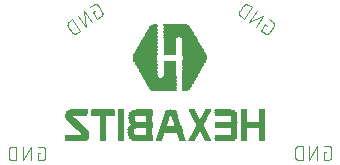
<source format=gbr>
G04 EAGLE Gerber RS-274X export*
G75*
%MOMM*%
%FSLAX34Y34*%
%LPD*%
%INSilkscreen Bottom*%
%IPPOS*%
%AMOC8*
5,1,8,0,0,1.08239X$1,22.5*%
G01*
%ADD10C,0.101600*%
%ADD11R,0.345438X0.020319*%
%ADD12R,1.950719X0.020319*%
%ADD13R,0.467356X0.020319*%
%ADD14R,2.072637X0.020319*%
%ADD15R,0.508000X0.020319*%
%ADD16R,2.113281X0.020319*%
%ADD17R,0.528319X0.020319*%
%ADD18R,2.133600X0.020319*%
%ADD19R,0.568956X0.020319*%
%ADD20R,2.174238X0.020319*%
%ADD21R,0.589275X0.020319*%
%ADD22R,2.194556X0.020319*%
%ADD23R,0.609600X0.020319*%
%ADD24R,2.214881X0.020319*%
%ADD25R,0.629919X0.020319*%
%ADD26R,2.235200X0.020319*%
%ADD27R,0.650238X0.020319*%
%ADD28R,2.255519X0.020319*%
%ADD29R,0.670556X0.020319*%
%ADD30R,2.275838X0.020319*%
%ADD31R,0.690875X0.020319*%
%ADD32R,2.296156X0.020319*%
%ADD33R,2.316481X0.020319*%
%ADD34R,0.711200X0.020319*%
%ADD35R,2.336800X0.020319*%
%ADD36R,0.731519X0.020319*%
%ADD37R,0.751838X0.020319*%
%ADD38R,2.357119X0.020319*%
%ADD39R,0.772156X0.020319*%
%ADD40R,2.377438X0.020319*%
%ADD41R,0.792475X0.020319*%
%ADD42R,2.397756X0.020319*%
%ADD43R,2.418081X0.020319*%
%ADD44R,0.812800X0.020319*%
%ADD45R,0.833119X0.020319*%
%ADD46R,2.438400X0.020319*%
%ADD47R,2.458719X0.020319*%
%ADD48R,0.853438X0.020319*%
%ADD49R,0.894081X0.020319*%
%ADD50R,2.479038X0.020319*%
%ADD51R,2.499356X0.020319*%
%ADD52R,0.914400X0.020319*%
%ADD53R,0.934719X0.020319*%
%ADD54R,2.519681X0.020319*%
%ADD55R,0.955038X0.020319*%
%ADD56R,2.540000X0.020319*%
%ADD57R,0.975363X0.020319*%
%ADD58R,2.560319X0.020319*%
%ADD59R,2.580637X0.020319*%
%ADD60R,0.995681X0.020319*%
%ADD61R,2.600956X0.020319*%
%ADD62R,1.016000X0.020319*%
%ADD63R,2.621281X0.020319*%
%ADD64R,1.036319X0.020319*%
%ADD65R,2.641600X0.020319*%
%ADD66R,1.056638X0.020319*%
%ADD67R,2.661919X0.020319*%
%ADD68R,1.076963X0.020319*%
%ADD69R,1.097281X0.020319*%
%ADD70R,1.117600X0.020319*%
%ADD71R,2.682238X0.020319*%
%ADD72R,2.702556X0.020319*%
%ADD73R,1.137919X0.020319*%
%ADD74R,2.722881X0.020319*%
%ADD75R,2.743200X0.020319*%
%ADD76R,1.158238X0.020319*%
%ADD77R,1.280156X0.020319*%
%ADD78R,1.341119X0.020319*%
%ADD79R,1.178556X0.020319*%
%ADD80R,1.259838X0.020319*%
%ADD81R,1.219200X0.020319*%
%ADD82R,1.300481X0.020319*%
%ADD83R,1.300475X0.020319*%
%ADD84R,1.198875X0.020319*%
%ADD85R,1.239519X0.020319*%
%ADD86R,1.076956X0.020319*%
%ADD87R,1.320800X0.020319*%
%ADD88R,1.361438X0.020319*%
%ADD89R,1.381756X0.020319*%
%ADD90R,1.402075X0.020319*%
%ADD91R,1.422400X0.020319*%
%ADD92R,1.564638X0.020319*%
%ADD93R,0.548638X0.020319*%
%ADD94R,1.544319X0.020319*%
%ADD95R,1.666238X0.020319*%
%ADD96R,1.645919X0.020319*%
%ADD97R,1.747519X0.020319*%
%ADD98R,1.442719X0.020319*%
%ADD99R,1.686556X0.020319*%
%ADD100R,1.727200X0.020319*%
%ADD101R,1.808475X0.020319*%
%ADD102R,1.463037X0.020319*%
%ADD103R,1.706875X0.020319*%
%ADD104R,0.568963X0.020319*%
%ADD105R,1.828800X0.020319*%
%ADD106R,1.788156X0.020319*%
%ADD107R,1.849119X0.020319*%
%ADD108R,1.483356X0.020319*%
%ADD109R,0.589281X0.020319*%
%ADD110R,1.889756X0.020319*%
%ADD111R,1.767838X0.020319*%
%ADD112R,1.910075X0.020319*%
%ADD113R,1.503675X0.020319*%
%ADD114R,1.930400X0.020319*%
%ADD115R,1.524000X0.020319*%
%ADD116R,1.971037X0.020319*%
%ADD117R,1.991356X0.020319*%
%ADD118R,1.869438X0.020319*%
%ADD119R,1.584956X0.020319*%
%ADD120R,2.011675X0.020319*%
%ADD121R,1.605275X0.020319*%
%ADD122R,2.032000X0.020319*%
%ADD123R,1.625600X0.020319*%
%ADD124R,2.052319X0.020319*%
%ADD125R,0.690881X0.020319*%
%ADD126R,2.092956X0.020319*%
%ADD127R,0.772163X0.020319*%
%ADD128R,2.011681X0.020319*%
%ADD129R,1.910081X0.020319*%
%ADD130R,0.873756X0.020319*%
%ADD131R,1.889763X0.020319*%
%ADD132R,0.670563X0.020319*%
%ADD133R,1.808481X0.020319*%
%ADD134R,0.792481X0.020319*%
%ADD135R,2.113275X0.020319*%
%ADD136R,0.894075X0.020319*%
%ADD137R,0.487681X0.020319*%
%ADD138R,0.975356X0.020319*%
%ADD139R,1.706881X0.020319*%
%ADD140R,1.503681X0.020319*%
%ADD141R,1.605281X0.020319*%
%ADD142R,0.487675X0.020319*%
%ADD143R,0.447038X0.020319*%
%ADD144R,0.060963X0.020319*%
%ADD145R,1.402081X0.020319*%
%ADD146R,1.280163X0.020319*%
%ADD147R,1.097275X0.020319*%
%ADD148R,2.722875X0.020319*%
%ADD149R,2.621275X0.020319*%
%ADD150R,0.995675X0.020319*%
%ADD151R,2.519675X0.020319*%
%ADD152R,2.418075X0.020319*%
%ADD153R,2.316475X0.020319*%
%ADD154R,2.214875X0.020319*%
%ADD155R,2.153919X0.020319*%
%ADD156R,0.426719X0.020319*%
%ADD157R,0.386075X0.020319*%


D10*
X81894Y120489D02*
X80299Y121606D01*
X76576Y116289D01*
X79766Y114055D01*
X79849Y114000D01*
X79933Y113948D01*
X80020Y113899D01*
X80108Y113853D01*
X80198Y113811D01*
X80290Y113772D01*
X80383Y113737D01*
X80477Y113705D01*
X80572Y113677D01*
X80669Y113653D01*
X80766Y113632D01*
X80864Y113616D01*
X80963Y113602D01*
X81062Y113593D01*
X81161Y113588D01*
X81261Y113586D01*
X81360Y113588D01*
X81459Y113594D01*
X81558Y113604D01*
X81657Y113617D01*
X81755Y113635D01*
X81852Y113656D01*
X81948Y113680D01*
X82044Y113709D01*
X82138Y113741D01*
X82231Y113776D01*
X82322Y113815D01*
X82412Y113858D01*
X82500Y113904D01*
X82586Y113953D01*
X82671Y114006D01*
X82753Y114062D01*
X82833Y114121D01*
X82911Y114183D01*
X82986Y114248D01*
X83059Y114315D01*
X83129Y114386D01*
X83197Y114459D01*
X83261Y114535D01*
X83323Y114613D01*
X83382Y114693D01*
X87105Y120010D01*
X87160Y120093D01*
X87212Y120177D01*
X87261Y120264D01*
X87307Y120352D01*
X87349Y120442D01*
X87388Y120534D01*
X87423Y120627D01*
X87455Y120721D01*
X87483Y120816D01*
X87507Y120913D01*
X87528Y121010D01*
X87544Y121108D01*
X87558Y121207D01*
X87567Y121306D01*
X87572Y121405D01*
X87574Y121505D01*
X87572Y121604D01*
X87566Y121703D01*
X87556Y121802D01*
X87543Y121901D01*
X87525Y121999D01*
X87504Y122096D01*
X87480Y122192D01*
X87451Y122288D01*
X87419Y122382D01*
X87384Y122475D01*
X87345Y122566D01*
X87302Y122656D01*
X87256Y122744D01*
X87207Y122830D01*
X87154Y122915D01*
X87098Y122997D01*
X87039Y123077D01*
X86977Y123155D01*
X86912Y123230D01*
X86845Y123303D01*
X86774Y123373D01*
X86701Y123441D01*
X86625Y123505D01*
X86547Y123567D01*
X86467Y123626D01*
X86468Y123626D02*
X83277Y125860D01*
X78608Y129130D02*
X71906Y119559D01*
X66589Y123282D02*
X78608Y129130D01*
X73290Y132853D02*
X66589Y123282D01*
X61919Y126552D02*
X68620Y136123D01*
X65962Y137984D01*
X65962Y137985D02*
X65868Y138048D01*
X65772Y138108D01*
X65674Y138165D01*
X65574Y138218D01*
X65472Y138268D01*
X65368Y138314D01*
X65263Y138356D01*
X65157Y138395D01*
X65049Y138430D01*
X64940Y138461D01*
X64830Y138489D01*
X64719Y138512D01*
X64608Y138532D01*
X64496Y138548D01*
X64383Y138560D01*
X64270Y138568D01*
X64157Y138572D01*
X64043Y138572D01*
X63930Y138568D01*
X63817Y138560D01*
X63704Y138548D01*
X63592Y138532D01*
X63481Y138512D01*
X63370Y138489D01*
X63260Y138461D01*
X63151Y138430D01*
X63043Y138395D01*
X62937Y138356D01*
X62832Y138314D01*
X62728Y138268D01*
X62626Y138218D01*
X62526Y138165D01*
X62428Y138108D01*
X62332Y138048D01*
X62238Y137985D01*
X62147Y137918D01*
X62057Y137849D01*
X61970Y137776D01*
X61886Y137700D01*
X61805Y137621D01*
X61726Y137540D01*
X61650Y137456D01*
X61577Y137369D01*
X61508Y137280D01*
X61441Y137188D01*
X61442Y137187D02*
X58463Y132934D01*
X58400Y132840D01*
X58340Y132744D01*
X58283Y132646D01*
X58230Y132546D01*
X58180Y132444D01*
X58134Y132340D01*
X58092Y132235D01*
X58053Y132129D01*
X58018Y132021D01*
X57987Y131912D01*
X57959Y131802D01*
X57936Y131691D01*
X57916Y131580D01*
X57900Y131468D01*
X57888Y131355D01*
X57880Y131242D01*
X57876Y131129D01*
X57876Y131015D01*
X57880Y130902D01*
X57888Y130789D01*
X57900Y130676D01*
X57916Y130564D01*
X57936Y130453D01*
X57959Y130342D01*
X57987Y130232D01*
X58018Y130123D01*
X58053Y130015D01*
X58092Y129909D01*
X58134Y129804D01*
X58180Y129700D01*
X58230Y129598D01*
X58283Y129498D01*
X58340Y129400D01*
X58400Y129304D01*
X58463Y129210D01*
X58530Y129118D01*
X58599Y129029D01*
X58672Y128942D01*
X58748Y128858D01*
X58827Y128777D01*
X58908Y128698D01*
X58992Y128622D01*
X59079Y128549D01*
X59169Y128480D01*
X59260Y128413D01*
X61919Y126552D01*
X129598Y13513D02*
X131546Y13513D01*
X129598Y13513D02*
X129598Y7022D01*
X133493Y7022D01*
X133592Y7024D01*
X133692Y7030D01*
X133791Y7039D01*
X133889Y7052D01*
X133987Y7069D01*
X134085Y7090D01*
X134181Y7115D01*
X134276Y7143D01*
X134370Y7175D01*
X134463Y7210D01*
X134555Y7249D01*
X134645Y7292D01*
X134733Y7337D01*
X134820Y7387D01*
X134904Y7439D01*
X134987Y7495D01*
X135067Y7553D01*
X135145Y7615D01*
X135220Y7680D01*
X135293Y7748D01*
X135363Y7818D01*
X135431Y7891D01*
X135496Y7966D01*
X135558Y8044D01*
X135616Y8124D01*
X135672Y8207D01*
X135724Y8291D01*
X135774Y8378D01*
X135819Y8466D01*
X135862Y8556D01*
X135901Y8648D01*
X135936Y8741D01*
X135968Y8835D01*
X135996Y8930D01*
X136021Y9026D01*
X136042Y9124D01*
X136059Y9222D01*
X136072Y9320D01*
X136081Y9419D01*
X136087Y9519D01*
X136089Y9618D01*
X136090Y9618D02*
X136090Y16110D01*
X136089Y16110D02*
X136087Y16209D01*
X136081Y16309D01*
X136072Y16408D01*
X136059Y16506D01*
X136042Y16604D01*
X136021Y16702D01*
X135996Y16798D01*
X135968Y16893D01*
X135936Y16987D01*
X135901Y17080D01*
X135862Y17172D01*
X135819Y17262D01*
X135774Y17350D01*
X135724Y17437D01*
X135672Y17521D01*
X135616Y17604D01*
X135558Y17684D01*
X135496Y17762D01*
X135431Y17837D01*
X135363Y17910D01*
X135293Y17980D01*
X135220Y18048D01*
X135145Y18113D01*
X135067Y18175D01*
X134987Y18233D01*
X134904Y18289D01*
X134820Y18341D01*
X134733Y18391D01*
X134645Y18436D01*
X134555Y18479D01*
X134463Y18518D01*
X134370Y18553D01*
X134276Y18585D01*
X134181Y18613D01*
X134085Y18638D01*
X133987Y18659D01*
X133889Y18676D01*
X133791Y18689D01*
X133692Y18698D01*
X133592Y18704D01*
X133493Y18706D01*
X129598Y18706D01*
X123898Y18706D02*
X123898Y7022D01*
X117406Y7022D02*
X123898Y18706D01*
X117406Y18706D02*
X117406Y7022D01*
X111706Y7022D02*
X111706Y18706D01*
X108460Y18706D01*
X108347Y18704D01*
X108234Y18698D01*
X108121Y18688D01*
X108008Y18674D01*
X107896Y18657D01*
X107785Y18635D01*
X107675Y18610D01*
X107565Y18580D01*
X107457Y18547D01*
X107350Y18510D01*
X107244Y18470D01*
X107140Y18425D01*
X107037Y18377D01*
X106936Y18326D01*
X106837Y18271D01*
X106740Y18213D01*
X106645Y18151D01*
X106552Y18086D01*
X106462Y18018D01*
X106374Y17947D01*
X106288Y17872D01*
X106205Y17795D01*
X106125Y17715D01*
X106048Y17632D01*
X105973Y17546D01*
X105902Y17458D01*
X105834Y17368D01*
X105769Y17275D01*
X105707Y17180D01*
X105649Y17083D01*
X105594Y16984D01*
X105543Y16883D01*
X105495Y16780D01*
X105450Y16676D01*
X105410Y16570D01*
X105373Y16463D01*
X105340Y16355D01*
X105310Y16245D01*
X105285Y16135D01*
X105263Y16024D01*
X105246Y15912D01*
X105232Y15799D01*
X105222Y15686D01*
X105216Y15573D01*
X105214Y15460D01*
X105214Y10268D01*
X105216Y10155D01*
X105222Y10042D01*
X105232Y9929D01*
X105246Y9816D01*
X105263Y9704D01*
X105285Y9593D01*
X105310Y9483D01*
X105340Y9373D01*
X105373Y9265D01*
X105410Y9158D01*
X105450Y9052D01*
X105495Y8948D01*
X105543Y8845D01*
X105594Y8744D01*
X105649Y8645D01*
X105707Y8548D01*
X105769Y8453D01*
X105834Y8360D01*
X105902Y8270D01*
X105973Y8182D01*
X106048Y8096D01*
X106125Y8013D01*
X106205Y7933D01*
X106288Y7856D01*
X106374Y7781D01*
X106462Y7710D01*
X106552Y7642D01*
X106645Y7577D01*
X106740Y7515D01*
X106837Y7457D01*
X106936Y7402D01*
X107037Y7351D01*
X107140Y7303D01*
X107244Y7258D01*
X107350Y7218D01*
X107457Y7181D01*
X107565Y7148D01*
X107675Y7118D01*
X107785Y7093D01*
X107896Y7071D01*
X108008Y7054D01*
X108121Y7040D01*
X108234Y7030D01*
X108347Y7024D01*
X108460Y7022D01*
X111706Y7022D01*
X-110770Y12927D02*
X-112718Y12927D01*
X-112718Y6436D01*
X-108823Y6436D01*
X-108724Y6438D01*
X-108624Y6444D01*
X-108525Y6453D01*
X-108427Y6466D01*
X-108329Y6483D01*
X-108231Y6504D01*
X-108135Y6529D01*
X-108040Y6557D01*
X-107946Y6589D01*
X-107853Y6624D01*
X-107761Y6663D01*
X-107671Y6706D01*
X-107583Y6751D01*
X-107496Y6801D01*
X-107412Y6853D01*
X-107329Y6909D01*
X-107249Y6967D01*
X-107171Y7029D01*
X-107096Y7094D01*
X-107023Y7162D01*
X-106953Y7232D01*
X-106885Y7305D01*
X-106820Y7380D01*
X-106758Y7458D01*
X-106700Y7538D01*
X-106644Y7621D01*
X-106592Y7705D01*
X-106542Y7792D01*
X-106497Y7880D01*
X-106454Y7970D01*
X-106415Y8062D01*
X-106380Y8155D01*
X-106348Y8249D01*
X-106320Y8344D01*
X-106295Y8440D01*
X-106274Y8538D01*
X-106257Y8636D01*
X-106244Y8734D01*
X-106235Y8833D01*
X-106229Y8933D01*
X-106227Y9032D01*
X-106227Y15524D01*
X-106229Y15623D01*
X-106235Y15723D01*
X-106244Y15822D01*
X-106257Y15920D01*
X-106274Y16018D01*
X-106295Y16116D01*
X-106320Y16212D01*
X-106348Y16307D01*
X-106380Y16401D01*
X-106415Y16494D01*
X-106454Y16586D01*
X-106497Y16676D01*
X-106542Y16764D01*
X-106592Y16851D01*
X-106644Y16935D01*
X-106700Y17018D01*
X-106758Y17098D01*
X-106820Y17176D01*
X-106885Y17251D01*
X-106953Y17324D01*
X-107023Y17394D01*
X-107096Y17462D01*
X-107171Y17527D01*
X-107249Y17589D01*
X-107329Y17647D01*
X-107412Y17703D01*
X-107496Y17755D01*
X-107583Y17805D01*
X-107671Y17850D01*
X-107761Y17893D01*
X-107853Y17932D01*
X-107945Y17967D01*
X-108040Y17999D01*
X-108135Y18027D01*
X-108231Y18052D01*
X-108329Y18073D01*
X-108427Y18090D01*
X-108525Y18103D01*
X-108624Y18112D01*
X-108724Y18118D01*
X-108823Y18120D01*
X-112718Y18120D01*
X-118418Y18120D02*
X-118418Y6436D01*
X-124910Y6436D02*
X-118418Y18120D01*
X-124910Y18120D02*
X-124910Y6436D01*
X-130610Y6436D02*
X-130610Y18120D01*
X-133856Y18120D01*
X-133969Y18118D01*
X-134082Y18112D01*
X-134195Y18102D01*
X-134308Y18088D01*
X-134420Y18071D01*
X-134531Y18049D01*
X-134641Y18024D01*
X-134751Y17994D01*
X-134859Y17961D01*
X-134966Y17924D01*
X-135072Y17884D01*
X-135176Y17839D01*
X-135279Y17791D01*
X-135380Y17740D01*
X-135479Y17685D01*
X-135576Y17627D01*
X-135671Y17565D01*
X-135764Y17500D01*
X-135854Y17432D01*
X-135942Y17361D01*
X-136028Y17286D01*
X-136111Y17209D01*
X-136191Y17129D01*
X-136268Y17046D01*
X-136343Y16960D01*
X-136414Y16872D01*
X-136482Y16782D01*
X-136547Y16689D01*
X-136609Y16594D01*
X-136667Y16497D01*
X-136722Y16398D01*
X-136773Y16297D01*
X-136821Y16194D01*
X-136866Y16090D01*
X-136906Y15984D01*
X-136943Y15877D01*
X-136976Y15769D01*
X-137006Y15659D01*
X-137031Y15549D01*
X-137053Y15438D01*
X-137070Y15326D01*
X-137084Y15213D01*
X-137094Y15100D01*
X-137100Y14987D01*
X-137102Y14874D01*
X-137102Y9682D01*
X-137100Y9569D01*
X-137094Y9456D01*
X-137084Y9343D01*
X-137070Y9230D01*
X-137053Y9118D01*
X-137031Y9007D01*
X-137006Y8897D01*
X-136976Y8787D01*
X-136943Y8679D01*
X-136906Y8572D01*
X-136866Y8466D01*
X-136821Y8362D01*
X-136773Y8259D01*
X-136722Y8158D01*
X-136667Y8059D01*
X-136609Y7962D01*
X-136547Y7867D01*
X-136482Y7774D01*
X-136414Y7684D01*
X-136343Y7596D01*
X-136268Y7510D01*
X-136191Y7427D01*
X-136111Y7347D01*
X-136028Y7270D01*
X-135942Y7195D01*
X-135854Y7124D01*
X-135764Y7056D01*
X-135671Y6991D01*
X-135576Y6929D01*
X-135479Y6871D01*
X-135380Y6816D01*
X-135279Y6765D01*
X-135176Y6717D01*
X-135072Y6672D01*
X-134966Y6632D01*
X-134859Y6595D01*
X-134751Y6562D01*
X-134641Y6532D01*
X-134531Y6507D01*
X-134420Y6485D01*
X-134308Y6468D01*
X-134195Y6454D01*
X-134082Y6444D01*
X-133969Y6438D01*
X-133856Y6436D01*
X-130610Y6436D01*
X-65646Y131869D02*
X-64051Y132986D01*
X-65646Y131869D02*
X-61923Y126552D01*
X-58733Y128786D01*
X-58653Y128845D01*
X-58575Y128907D01*
X-58499Y128971D01*
X-58426Y129039D01*
X-58355Y129109D01*
X-58288Y129182D01*
X-58223Y129257D01*
X-58161Y129335D01*
X-58102Y129415D01*
X-58046Y129497D01*
X-57993Y129582D01*
X-57944Y129668D01*
X-57898Y129756D01*
X-57855Y129846D01*
X-57816Y129937D01*
X-57781Y130030D01*
X-57749Y130124D01*
X-57720Y130220D01*
X-57696Y130316D01*
X-57675Y130413D01*
X-57657Y130511D01*
X-57644Y130610D01*
X-57634Y130709D01*
X-57628Y130808D01*
X-57626Y130907D01*
X-57628Y131007D01*
X-57633Y131106D01*
X-57643Y131205D01*
X-57656Y131304D01*
X-57672Y131402D01*
X-57693Y131499D01*
X-57717Y131596D01*
X-57745Y131691D01*
X-57777Y131785D01*
X-57812Y131878D01*
X-57851Y131970D01*
X-57893Y132060D01*
X-57939Y132148D01*
X-57988Y132235D01*
X-58040Y132319D01*
X-58095Y132402D01*
X-61818Y137719D01*
X-61877Y137799D01*
X-61939Y137877D01*
X-62003Y137953D01*
X-62071Y138026D01*
X-62141Y138097D01*
X-62214Y138164D01*
X-62289Y138229D01*
X-62367Y138291D01*
X-62447Y138350D01*
X-62529Y138406D01*
X-62614Y138459D01*
X-62700Y138508D01*
X-62788Y138554D01*
X-62878Y138597D01*
X-62969Y138636D01*
X-63062Y138671D01*
X-63156Y138703D01*
X-63252Y138732D01*
X-63348Y138756D01*
X-63445Y138777D01*
X-63543Y138795D01*
X-63642Y138808D01*
X-63741Y138818D01*
X-63840Y138824D01*
X-63939Y138826D01*
X-64039Y138824D01*
X-64138Y138819D01*
X-64237Y138809D01*
X-64336Y138796D01*
X-64434Y138780D01*
X-64531Y138759D01*
X-64628Y138735D01*
X-64723Y138707D01*
X-64817Y138675D01*
X-64910Y138640D01*
X-65002Y138601D01*
X-65092Y138559D01*
X-65180Y138513D01*
X-65267Y138464D01*
X-65351Y138412D01*
X-65434Y138357D01*
X-68624Y136123D01*
X-73294Y132853D02*
X-66593Y123282D01*
X-71910Y119559D02*
X-73294Y132853D01*
X-78612Y129130D02*
X-71910Y119559D01*
X-76580Y116289D02*
X-83282Y125860D01*
X-85940Y123998D01*
X-85941Y123999D02*
X-86032Y123932D01*
X-86122Y123863D01*
X-86209Y123790D01*
X-86293Y123714D01*
X-86374Y123635D01*
X-86453Y123554D01*
X-86529Y123470D01*
X-86602Y123383D01*
X-86671Y123293D01*
X-86738Y123202D01*
X-86801Y123108D01*
X-86861Y123012D01*
X-86918Y122914D01*
X-86971Y122814D01*
X-87021Y122712D01*
X-87067Y122608D01*
X-87109Y122503D01*
X-87148Y122397D01*
X-87183Y122289D01*
X-87214Y122180D01*
X-87242Y122070D01*
X-87265Y121959D01*
X-87285Y121848D01*
X-87301Y121736D01*
X-87313Y121623D01*
X-87321Y121510D01*
X-87325Y121397D01*
X-87325Y121283D01*
X-87321Y121170D01*
X-87313Y121057D01*
X-87301Y120944D01*
X-87285Y120832D01*
X-87265Y120721D01*
X-87242Y120610D01*
X-87214Y120500D01*
X-87183Y120391D01*
X-87148Y120283D01*
X-87109Y120177D01*
X-87067Y120072D01*
X-87021Y119968D01*
X-86971Y119866D01*
X-86918Y119766D01*
X-86861Y119668D01*
X-86801Y119572D01*
X-86738Y119478D01*
X-86737Y119478D02*
X-83759Y115224D01*
X-83692Y115133D01*
X-83623Y115043D01*
X-83550Y114956D01*
X-83474Y114872D01*
X-83395Y114791D01*
X-83314Y114712D01*
X-83230Y114636D01*
X-83143Y114563D01*
X-83053Y114494D01*
X-82962Y114427D01*
X-82868Y114364D01*
X-82772Y114304D01*
X-82674Y114247D01*
X-82574Y114194D01*
X-82472Y114144D01*
X-82368Y114098D01*
X-82263Y114056D01*
X-82157Y114017D01*
X-82049Y113982D01*
X-81940Y113951D01*
X-81830Y113923D01*
X-81719Y113900D01*
X-81608Y113880D01*
X-81496Y113864D01*
X-81383Y113852D01*
X-81270Y113844D01*
X-81157Y113840D01*
X-81043Y113840D01*
X-80930Y113844D01*
X-80817Y113852D01*
X-80704Y113864D01*
X-80592Y113880D01*
X-80481Y113900D01*
X-80370Y113923D01*
X-80260Y113951D01*
X-80151Y113982D01*
X-80043Y114017D01*
X-79937Y114056D01*
X-79832Y114098D01*
X-79728Y114144D01*
X-79626Y114194D01*
X-79526Y114247D01*
X-79428Y114304D01*
X-79332Y114364D01*
X-79238Y114427D01*
X-76580Y116289D01*
D11*
X11608Y64999D03*
D12*
X-5156Y64999D03*
D13*
X12217Y65202D03*
D14*
X-5563Y65202D03*
D15*
X12421Y65405D03*
D16*
X-5766Y65405D03*
D17*
X12522Y65608D03*
D18*
X-5867Y65608D03*
D19*
X12725Y65811D03*
D20*
X-6071Y65811D03*
D21*
X12827Y66015D03*
D22*
X-6172Y66015D03*
D23*
X12929Y66218D03*
D24*
X-6274Y66218D03*
D25*
X13030Y66421D03*
D26*
X-6375Y66421D03*
D27*
X13132Y66624D03*
D28*
X-6477Y66624D03*
D29*
X13233Y66827D03*
D30*
X-6579Y66827D03*
D29*
X13233Y67031D03*
D30*
X-6579Y67031D03*
D31*
X13335Y67234D03*
D32*
X-6680Y67234D03*
D31*
X13335Y67437D03*
D32*
X-6680Y67437D03*
D31*
X13335Y67640D03*
D33*
X-6782Y67640D03*
D34*
X13437Y67843D03*
D35*
X-6883Y67843D03*
D36*
X13538Y68047D03*
D35*
X-6883Y68047D03*
D37*
X13640Y68250D03*
D38*
X-6985Y68250D03*
D37*
X13640Y68453D03*
D38*
X-6985Y68453D03*
D39*
X13741Y68656D03*
D40*
X-7087Y68656D03*
D39*
X13741Y68859D03*
D40*
X-7087Y68859D03*
D41*
X13843Y69063D03*
D42*
X-7188Y69063D03*
D41*
X13843Y69266D03*
D43*
X-7290Y69266D03*
D44*
X13945Y69469D03*
D43*
X-7290Y69469D03*
D45*
X14046Y69672D03*
D46*
X-7391Y69672D03*
D45*
X14046Y69875D03*
D47*
X-7493Y69875D03*
D48*
X14148Y70079D03*
D47*
X-7493Y70079D03*
D48*
X14148Y70282D03*
D47*
X-7493Y70282D03*
D49*
X14148Y70485D03*
D50*
X-7595Y70485D03*
D49*
X14148Y70688D03*
D51*
X-7696Y70688D03*
D52*
X14249Y70891D03*
D51*
X-7696Y70891D03*
D53*
X14351Y71095D03*
D54*
X-7798Y71095D03*
D55*
X14453Y71298D03*
D54*
X-7798Y71298D03*
D55*
X14453Y71501D03*
D56*
X-7899Y71501D03*
D57*
X14554Y71704D03*
D56*
X-7899Y71704D03*
D57*
X14554Y71907D03*
D58*
X-8001Y71907D03*
D57*
X14554Y72111D03*
D59*
X-8103Y72111D03*
D60*
X14656Y72314D03*
D59*
X-8103Y72314D03*
D60*
X14656Y72517D03*
D61*
X-8204Y72517D03*
D62*
X14757Y72720D03*
D63*
X-8306Y72720D03*
D64*
X14859Y72923D03*
D63*
X-8306Y72923D03*
D64*
X14859Y73127D03*
D65*
X-8407Y73127D03*
D66*
X14961Y73330D03*
D65*
X-8407Y73330D03*
D66*
X14961Y73533D03*
D67*
X-8509Y73533D03*
D68*
X15062Y73736D03*
D67*
X-8509Y73736D03*
D69*
X15164Y73939D03*
D67*
X-8509Y73939D03*
D70*
X15265Y74143D03*
D71*
X-8611Y74143D03*
D70*
X15265Y74346D03*
D72*
X-8712Y74346D03*
D73*
X15367Y74549D03*
D72*
X-8712Y74549D03*
D73*
X15367Y74752D03*
D74*
X-8814Y74752D03*
D73*
X15570Y74955D03*
D74*
X-8814Y74955D03*
D73*
X15570Y75159D03*
D75*
X-8915Y75159D03*
D76*
X15672Y75362D03*
D77*
X-1600Y75362D03*
D78*
X-16129Y75362D03*
D79*
X15773Y75565D03*
D80*
X-1499Y75565D03*
D78*
X-16332Y75565D03*
D79*
X15773Y75768D03*
D81*
X-1295Y75768D03*
D82*
X-16535Y75768D03*
D79*
X15773Y75971D03*
X-1092Y75971D03*
D83*
X-16739Y75971D03*
D84*
X15875Y76175D03*
D76*
X-991Y76175D03*
D77*
X-16840Y76175D03*
D84*
X15875Y76378D03*
D73*
X-889Y76378D03*
D77*
X-17043Y76378D03*
D81*
X15977Y76581D03*
D73*
X-889Y76581D03*
D80*
X-17145Y76581D03*
D81*
X15977Y76784D03*
D70*
X-787Y76784D03*
D77*
X-17247Y76784D03*
D85*
X16078Y76987D03*
D70*
X-787Y76987D03*
D80*
X-17348Y76987D03*
X16180Y77191D03*
D70*
X-787Y77191D03*
D80*
X-17551Y77191D03*
D77*
X16281Y77394D03*
D69*
X-686Y77394D03*
D80*
X-17551Y77394D03*
D77*
X16281Y77597D03*
D86*
X-584Y77597D03*
D80*
X-17551Y77597D03*
D83*
X16383Y77800D03*
D86*
X-584Y77800D03*
D77*
X-17653Y77800D03*
D83*
X16383Y78003D03*
D86*
X-584Y78003D03*
D83*
X-17755Y78003D03*
D87*
X16485Y78207D03*
D86*
X-584Y78207D03*
D83*
X-17755Y78207D03*
D78*
X16586Y78410D03*
D86*
X-584Y78410D03*
D87*
X-17856Y78410D03*
D78*
X16586Y78613D03*
D86*
X-584Y78613D03*
D78*
X-17958Y78613D03*
D88*
X16688Y78816D03*
D86*
X-584Y78816D03*
D78*
X-17958Y78816D03*
D88*
X16688Y79019D03*
D86*
X-584Y79019D03*
D88*
X-18059Y79019D03*
D89*
X16789Y79223D03*
D86*
X-584Y79223D03*
D88*
X-18059Y79223D03*
D89*
X16789Y79426D03*
D86*
X-584Y79426D03*
D89*
X-18161Y79426D03*
X16789Y79629D03*
D86*
X-584Y79629D03*
D90*
X-18263Y79629D03*
X16891Y79832D03*
D86*
X-584Y79832D03*
D90*
X-18263Y79832D03*
D91*
X16993Y80035D03*
D86*
X-584Y80035D03*
D91*
X-18364Y80035D03*
D17*
X77673Y22885D03*
X62230Y22885D03*
D92*
X45466Y22885D03*
D17*
X31750Y22885D03*
D15*
X17628Y22885D03*
D93*
X10109Y22885D03*
X-9804Y22885D03*
D94*
X-22911Y22885D03*
D17*
X-42012Y22885D03*
X-57048Y22885D03*
D95*
X-80823Y22885D03*
D91*
X16993Y80239D03*
D86*
X-584Y80239D03*
D91*
X-18364Y80239D03*
D17*
X77673Y23089D03*
D93*
X62332Y23089D03*
D96*
X45669Y23089D03*
D17*
X31750Y23089D03*
X17729Y23089D03*
D19*
X10008Y23089D03*
D93*
X-9804Y23089D03*
D96*
X-23419Y23089D03*
D93*
X-42113Y23089D03*
D19*
X-57048Y23089D03*
D97*
X-80416Y23089D03*
D98*
X17094Y80442D03*
D86*
X-584Y80442D03*
D98*
X-18466Y80442D03*
D17*
X77673Y23292D03*
D93*
X62332Y23292D03*
D99*
X45872Y23292D03*
D93*
X31648Y23292D03*
X17831Y23292D03*
D19*
X9804Y23292D03*
D93*
X-9804Y23292D03*
D100*
X-23825Y23292D03*
D93*
X-42113Y23292D03*
D19*
X-57048Y23292D03*
D101*
X-80112Y23292D03*
D102*
X17196Y80645D03*
D86*
X-584Y80645D03*
D102*
X-18567Y80645D03*
D17*
X77673Y23495D03*
D93*
X62332Y23495D03*
D103*
X45974Y23495D03*
D17*
X31547Y23495D03*
D93*
X18034Y23495D03*
X9906Y23495D03*
D104*
X-9703Y23495D03*
D97*
X-23927Y23495D03*
D93*
X-42113Y23495D03*
D19*
X-57048Y23495D03*
D105*
X-80010Y23495D03*
D102*
X17196Y80848D03*
D86*
X-584Y80848D03*
D102*
X-18567Y80848D03*
D17*
X77673Y23698D03*
D93*
X62332Y23698D03*
D100*
X46076Y23698D03*
D93*
X31445Y23698D03*
X18034Y23698D03*
D19*
X9804Y23698D03*
D104*
X-9703Y23698D03*
D106*
X-24130Y23698D03*
D93*
X-42113Y23698D03*
D19*
X-57048Y23698D03*
D107*
X-79908Y23698D03*
D108*
X17297Y81051D03*
D86*
X-584Y81051D03*
D108*
X-18669Y81051D03*
D17*
X77673Y23901D03*
D93*
X62332Y23901D03*
D97*
X46177Y23901D03*
D19*
X31344Y23901D03*
D93*
X18237Y23901D03*
D109*
X9703Y23901D03*
D93*
X-9601Y23901D03*
D105*
X-24333Y23901D03*
D93*
X-42113Y23901D03*
D19*
X-57048Y23901D03*
D110*
X-79705Y23901D03*
D108*
X17297Y81255D03*
D86*
X-584Y81255D03*
D108*
X-18669Y81255D03*
D17*
X77673Y24105D03*
D93*
X62332Y24105D03*
D111*
X46279Y24105D03*
D19*
X31140Y24105D03*
D17*
X18339Y24105D03*
D104*
X9601Y24105D03*
D93*
X-9601Y24105D03*
D107*
X-24435Y24105D03*
D93*
X-42113Y24105D03*
D19*
X-57048Y24105D03*
D112*
X-79604Y24105D03*
D113*
X17399Y81458D03*
D86*
X-584Y81458D03*
D113*
X-18771Y81458D03*
D17*
X77673Y24308D03*
D93*
X62332Y24308D03*
D106*
X46380Y24308D03*
D19*
X31140Y24308D03*
D93*
X18440Y24308D03*
D104*
X9601Y24308D03*
D19*
X-9500Y24308D03*
D110*
X-24638Y24308D03*
D93*
X-42113Y24308D03*
D19*
X-57048Y24308D03*
D114*
X-79502Y24308D03*
D113*
X17399Y81661D03*
D86*
X-584Y81661D03*
D115*
X-18872Y81661D03*
D17*
X77673Y24511D03*
D93*
X62332Y24511D03*
D101*
X46482Y24511D03*
D104*
X30937Y24511D03*
D93*
X18644Y24511D03*
D109*
X9500Y24511D03*
D93*
X-9398Y24511D03*
D112*
X-24740Y24511D03*
D93*
X-42113Y24511D03*
D19*
X-57048Y24511D03*
D12*
X-79400Y24511D03*
D115*
X17501Y81864D03*
D86*
X-584Y81864D03*
D115*
X-18872Y81864D03*
D17*
X77673Y24714D03*
D93*
X62332Y24714D03*
D105*
X46584Y24714D03*
D93*
X30836Y24714D03*
X18644Y24714D03*
D19*
X9398Y24714D03*
D93*
X-9398Y24714D03*
D114*
X-24841Y24714D03*
D93*
X-42113Y24714D03*
D19*
X-57048Y24714D03*
D12*
X-79400Y24714D03*
D94*
X17602Y82067D03*
D86*
X-584Y82067D03*
D115*
X-18872Y82067D03*
D17*
X77673Y24917D03*
D93*
X62332Y24917D03*
D107*
X46685Y24917D03*
D19*
X30734Y24917D03*
D104*
X18745Y24917D03*
D19*
X9398Y24917D03*
X-9296Y24917D03*
D12*
X-24943Y24917D03*
D93*
X-42113Y24917D03*
D19*
X-57048Y24917D03*
D116*
X-79299Y24917D03*
D94*
X17602Y82271D03*
D86*
X-584Y82271D03*
D94*
X-18974Y82271D03*
D17*
X77673Y25121D03*
D93*
X62332Y25121D03*
D107*
X46685Y25121D03*
D93*
X30632Y25121D03*
X18847Y25121D03*
D19*
X9398Y25121D03*
X-9093Y25121D03*
D116*
X-25044Y25121D03*
D93*
X-42113Y25121D03*
D19*
X-57048Y25121D03*
D117*
X-79197Y25121D03*
D92*
X17704Y82474D03*
D86*
X-584Y82474D03*
D92*
X-19075Y82474D03*
D17*
X77673Y25324D03*
D93*
X62332Y25324D03*
D118*
X46787Y25324D03*
D93*
X30632Y25324D03*
D19*
X18948Y25324D03*
X9195Y25324D03*
D93*
X-9195Y25324D03*
D116*
X-25044Y25324D03*
D93*
X-42113Y25324D03*
D19*
X-57048Y25324D03*
D117*
X-79197Y25324D03*
D92*
X17704Y82677D03*
D86*
X-584Y82677D03*
D92*
X-19075Y82677D03*
D17*
X77673Y25527D03*
D93*
X62332Y25527D03*
D118*
X46787Y25527D03*
D93*
X30429Y25527D03*
X19050Y25527D03*
X9093Y25527D03*
D19*
X-9093Y25527D03*
D117*
X-25146Y25527D03*
D93*
X-42113Y25527D03*
D19*
X-57048Y25527D03*
D117*
X-79197Y25527D03*
D119*
X17805Y82880D03*
D86*
X-584Y82880D03*
D119*
X-19177Y82880D03*
D17*
X77673Y25730D03*
D93*
X62332Y25730D03*
D118*
X46787Y25730D03*
D17*
X30328Y25730D03*
D93*
X19050Y25730D03*
X9093Y25730D03*
D21*
X-8992Y25730D03*
D120*
X-25248Y25730D03*
D93*
X-42113Y25730D03*
D19*
X-57048Y25730D03*
D120*
X-79096Y25730D03*
D121*
X17907Y83083D03*
D86*
X-584Y83083D03*
D119*
X-19177Y83083D03*
D17*
X77673Y25933D03*
D93*
X62332Y25933D03*
D110*
X46888Y25933D03*
D93*
X30226Y25933D03*
X19253Y25933D03*
D19*
X8992Y25933D03*
X-8890Y25933D03*
D120*
X-25248Y25933D03*
D93*
X-42113Y25933D03*
D19*
X-57048Y25933D03*
D120*
X-79096Y25933D03*
D121*
X17907Y83287D03*
D86*
X-584Y83287D03*
D121*
X-19279Y83287D03*
D17*
X77673Y26137D03*
D93*
X62332Y26137D03*
D110*
X46888Y26137D03*
D93*
X30023Y26137D03*
X19456Y26137D03*
X8890Y26137D03*
D19*
X-8890Y26137D03*
D122*
X-25349Y26137D03*
D93*
X-42113Y26137D03*
D19*
X-57048Y26137D03*
D120*
X-79096Y26137D03*
D123*
X18009Y83490D03*
D86*
X-584Y83490D03*
D121*
X-19279Y83490D03*
D17*
X77673Y26340D03*
D93*
X62332Y26340D03*
D110*
X46888Y26340D03*
D93*
X30023Y26340D03*
X19456Y26340D03*
X8890Y26340D03*
D109*
X-8788Y26340D03*
D122*
X-25349Y26340D03*
D93*
X-42113Y26340D03*
D19*
X-57048Y26340D03*
D120*
X-79096Y26340D03*
D96*
X18110Y83693D03*
D86*
X-584Y83693D03*
D123*
X-19380Y83693D03*
D17*
X77673Y26543D03*
D93*
X62332Y26543D03*
D110*
X46888Y26543D03*
D93*
X29820Y26543D03*
X19660Y26543D03*
D19*
X8788Y26543D03*
D104*
X-8687Y26543D03*
D124*
X-25451Y26543D03*
D93*
X-42113Y26543D03*
D19*
X-57048Y26543D03*
D120*
X-79096Y26543D03*
D96*
X18110Y83896D03*
D86*
X-584Y83896D03*
D96*
X-19482Y83896D03*
D17*
X77673Y26746D03*
D93*
X62332Y26746D03*
D110*
X46888Y26746D03*
D19*
X29718Y26746D03*
D104*
X19761Y26746D03*
D19*
X8788Y26746D03*
D104*
X-8687Y26746D03*
D124*
X-25451Y26746D03*
D93*
X-42113Y26746D03*
D19*
X-57048Y26746D03*
D120*
X-79096Y26746D03*
D96*
X18110Y84099D03*
D86*
X-584Y84099D03*
D96*
X-19482Y84099D03*
D17*
X77673Y26949D03*
D93*
X62332Y26949D03*
D110*
X46888Y26949D03*
D93*
X29616Y26949D03*
X19863Y26949D03*
X8687Y26949D03*
D104*
X-8687Y26949D03*
D14*
X-25552Y26949D03*
D93*
X-42113Y26949D03*
D19*
X-57048Y26949D03*
D120*
X-79096Y26949D03*
D95*
X18212Y84303D03*
D86*
X-584Y84303D03*
D95*
X-19583Y84303D03*
D17*
X77673Y27153D03*
D93*
X62332Y27153D03*
D110*
X46888Y27153D03*
D19*
X29515Y27153D03*
D93*
X20066Y27153D03*
X8687Y27153D03*
D19*
X-8484Y27153D03*
D14*
X-25552Y27153D03*
D93*
X-42113Y27153D03*
D19*
X-57048Y27153D03*
D120*
X-79096Y27153D03*
D95*
X18212Y84506D03*
D86*
X-584Y84506D03*
D99*
X-19685Y84506D03*
D17*
X77673Y27356D03*
D93*
X62332Y27356D03*
D118*
X46990Y27356D03*
D93*
X29413Y27356D03*
X20066Y27356D03*
D104*
X8585Y27356D03*
D93*
X-8382Y27356D03*
D14*
X-25552Y27356D03*
D93*
X-42113Y27356D03*
D19*
X-57048Y27356D03*
D120*
X-79096Y27356D03*
D99*
X18313Y84709D03*
D86*
X-584Y84709D03*
D99*
X-19685Y84709D03*
D17*
X77673Y27559D03*
D93*
X62332Y27559D03*
X53594Y27559D03*
X29210Y27559D03*
X20269Y27559D03*
X8484Y27559D03*
X-8382Y27559D03*
X-17932Y27559D03*
D23*
X-32868Y27559D03*
D93*
X-42113Y27559D03*
D19*
X-57048Y27559D03*
D120*
X-79096Y27559D03*
D103*
X18415Y84912D03*
D86*
X-584Y84912D03*
D103*
X-19787Y84912D03*
D17*
X77673Y27762D03*
D93*
X62332Y27762D03*
X53594Y27762D03*
X29210Y27762D03*
X20269Y27762D03*
X8484Y27762D03*
D19*
X-8280Y27762D03*
D93*
X-17932Y27762D03*
D104*
X-33071Y27762D03*
D93*
X-42113Y27762D03*
D19*
X-57048Y27762D03*
D23*
X-72085Y27762D03*
D103*
X18415Y85115D03*
D86*
X-584Y85115D03*
D103*
X-19787Y85115D03*
D17*
X77673Y27965D03*
D93*
X62332Y27965D03*
D17*
X53696Y27965D03*
D93*
X29007Y27965D03*
X20472Y27965D03*
D19*
X8382Y27965D03*
D93*
X-8179Y27965D03*
X-17932Y27965D03*
D19*
X-33274Y27965D03*
D93*
X-42113Y27965D03*
D19*
X-57048Y27965D03*
D21*
X-71984Y27965D03*
D100*
X18517Y85319D03*
D86*
X-584Y85319D03*
D100*
X-19888Y85319D03*
D17*
X77673Y28169D03*
D93*
X62332Y28169D03*
D17*
X53696Y28169D03*
D93*
X29007Y28169D03*
X20472Y28169D03*
D19*
X8179Y28169D03*
D93*
X-8179Y28169D03*
X-17932Y28169D03*
X-33376Y28169D03*
X-42113Y28169D03*
D19*
X-57048Y28169D03*
X-71882Y28169D03*
D100*
X18517Y85522D03*
D86*
X-584Y85522D03*
D97*
X-19990Y85522D03*
D17*
X77673Y28372D03*
D93*
X62332Y28372D03*
D17*
X53696Y28372D03*
D104*
X28905Y28372D03*
D19*
X20574Y28372D03*
D93*
X8280Y28372D03*
D19*
X-8077Y28372D03*
D93*
X-17932Y28372D03*
D17*
X-33477Y28372D03*
D93*
X-42113Y28372D03*
D19*
X-57048Y28372D03*
D21*
X-71984Y28372D03*
D97*
X18618Y85725D03*
D86*
X-584Y85725D03*
D97*
X-19990Y85725D03*
D17*
X77673Y28575D03*
D93*
X62332Y28575D03*
D17*
X53696Y28575D03*
D19*
X28702Y28575D03*
D93*
X20676Y28575D03*
D19*
X8179Y28575D03*
X-8077Y28575D03*
D93*
X-17932Y28575D03*
D17*
X-33477Y28575D03*
D93*
X-42113Y28575D03*
D19*
X-57048Y28575D03*
D23*
X-72085Y28575D03*
D111*
X18720Y85928D03*
D66*
X-686Y85928D03*
D97*
X-19990Y85928D03*
D17*
X77673Y28778D03*
D93*
X62332Y28778D03*
D17*
X53696Y28778D03*
D93*
X28600Y28778D03*
D104*
X20777Y28778D03*
D109*
X8077Y28778D03*
D93*
X-7976Y28778D03*
X-17932Y28778D03*
D17*
X-33477Y28778D03*
D93*
X-42113Y28778D03*
D19*
X-57048Y28778D03*
D25*
X-72187Y28778D03*
D111*
X18720Y86131D03*
D66*
X-686Y86131D03*
D111*
X-20091Y86131D03*
D17*
X77673Y28981D03*
D93*
X62332Y28981D03*
D17*
X53696Y28981D03*
D93*
X28600Y28981D03*
D19*
X20980Y28981D03*
X7976Y28981D03*
D93*
X-7976Y28981D03*
X-17932Y28981D03*
D15*
X-33579Y28981D03*
D93*
X-42113Y28981D03*
D19*
X-57048Y28981D03*
D27*
X-72288Y28981D03*
D106*
X18821Y86335D03*
D66*
X-686Y86335D03*
D111*
X-20091Y86335D03*
D17*
X77673Y29185D03*
D93*
X62332Y29185D03*
D17*
X53696Y29185D03*
D93*
X28397Y29185D03*
D19*
X21184Y29185D03*
X7976Y29185D03*
X-7874Y29185D03*
D93*
X-17932Y29185D03*
D15*
X-33579Y29185D03*
D93*
X-42113Y29185D03*
D19*
X-57048Y29185D03*
D29*
X-72390Y29185D03*
D101*
X18923Y86538D03*
D66*
X-686Y86538D03*
D106*
X-20193Y86538D03*
D17*
X77673Y29388D03*
D93*
X62332Y29388D03*
D17*
X53696Y29388D03*
D93*
X28397Y29388D03*
D19*
X21184Y29388D03*
D21*
X7874Y29388D03*
D93*
X-7772Y29388D03*
X-17932Y29388D03*
D15*
X-33782Y29388D03*
D93*
X-42113Y29388D03*
D19*
X-57048Y29388D03*
D29*
X-72593Y29388D03*
D101*
X18923Y86741D03*
D66*
X-686Y86741D03*
D101*
X-20295Y86741D03*
D17*
X77673Y29591D03*
D93*
X62332Y29591D03*
D17*
X53696Y29591D03*
D93*
X28194Y29591D03*
D19*
X21387Y29591D03*
X7772Y29591D03*
D93*
X-7772Y29591D03*
X-17932Y29591D03*
D15*
X-33985Y29591D03*
D93*
X-42113Y29591D03*
D19*
X-57048Y29591D03*
D125*
X-72695Y29591D03*
D105*
X19025Y86944D03*
D66*
X-686Y86944D03*
D101*
X-20295Y86944D03*
D17*
X77673Y29794D03*
D93*
X62332Y29794D03*
D17*
X53696Y29794D03*
D19*
X28092Y29794D03*
X21387Y29794D03*
D16*
X51Y29794D03*
D93*
X-17932Y29794D03*
D17*
X-33884Y29794D03*
D93*
X-42113Y29794D03*
D19*
X-57048Y29794D03*
D34*
X-72796Y29794D03*
D105*
X19025Y87147D03*
D66*
X-686Y87147D03*
D105*
X-20396Y87147D03*
D17*
X77673Y29997D03*
D93*
X62332Y29997D03*
D17*
X53696Y29997D03*
D93*
X27991Y29997D03*
X21488Y29997D03*
D126*
X152Y29997D03*
D93*
X-17932Y29997D03*
D17*
X-33884Y29997D03*
D93*
X-42113Y29997D03*
D19*
X-57048Y29997D03*
D34*
X-73000Y29997D03*
D107*
X19126Y87351D03*
D66*
X-686Y87351D03*
D107*
X-20498Y87351D03*
D17*
X77673Y30201D03*
D93*
X62332Y30201D03*
D17*
X53696Y30201D03*
D104*
X27889Y30201D03*
D93*
X21692Y30201D03*
D14*
X51Y30201D03*
D93*
X-17932Y30201D03*
D17*
X-33884Y30201D03*
D93*
X-42113Y30201D03*
D19*
X-57048Y30201D03*
D36*
X-73101Y30201D03*
D107*
X19126Y87554D03*
D66*
X-686Y87554D03*
D107*
X-20498Y87554D03*
D17*
X77673Y30404D03*
D93*
X62332Y30404D03*
D17*
X53696Y30404D03*
D93*
X27788Y30404D03*
X21692Y30404D03*
D124*
X-51Y30404D03*
D93*
X-17932Y30404D03*
D17*
X-33884Y30404D03*
D93*
X-42113Y30404D03*
D19*
X-57048Y30404D03*
D37*
X-73406Y30404D03*
D107*
X19126Y87757D03*
D66*
X-686Y87757D03*
D118*
X-20599Y87757D03*
D17*
X77673Y30607D03*
D93*
X62332Y30607D03*
D17*
X53696Y30607D03*
D93*
X27584Y30607D03*
X21895Y30607D03*
D124*
X-51Y30607D03*
D93*
X-17932Y30607D03*
D17*
X-33884Y30607D03*
D93*
X-42113Y30607D03*
D19*
X-57048Y30607D03*
D39*
X-73508Y30607D03*
D118*
X19228Y87960D03*
D66*
X-686Y87960D03*
D118*
X-20599Y87960D03*
D17*
X77673Y30810D03*
D93*
X62332Y30810D03*
D17*
X53696Y30810D03*
D70*
X24740Y30810D03*
D124*
X-51Y30810D03*
D93*
X-17932Y30810D03*
D17*
X-33884Y30810D03*
D93*
X-42113Y30810D03*
D19*
X-57048Y30810D03*
D127*
X-73711Y30810D03*
D110*
X19329Y88163D03*
D66*
X-686Y88163D03*
D110*
X-20701Y88163D03*
D17*
X77673Y31013D03*
D93*
X62332Y31013D03*
D17*
X53696Y31013D03*
D86*
X24740Y31013D03*
D128*
X-51Y31013D03*
D93*
X-17932Y31013D03*
D17*
X-33884Y31013D03*
D93*
X-42113Y31013D03*
D19*
X-57048Y31013D03*
D39*
X-73914Y31013D03*
D110*
X19329Y88367D03*
D66*
X-686Y88367D03*
D112*
X-20803Y88367D03*
D17*
X77673Y31217D03*
D93*
X62332Y31217D03*
D17*
X53696Y31217D03*
D86*
X24740Y31217D03*
D128*
X-51Y31217D03*
D93*
X-17932Y31217D03*
D17*
X-33884Y31217D03*
D93*
X-42113Y31217D03*
D19*
X-57048Y31217D03*
D39*
X-74117Y31217D03*
D112*
X19431Y88570D03*
D66*
X-686Y88570D03*
D112*
X-20803Y88570D03*
D17*
X77673Y31420D03*
D93*
X62332Y31420D03*
D17*
X53696Y31420D03*
D64*
X24740Y31420D03*
D128*
X-51Y31420D03*
D93*
X-17932Y31420D03*
D17*
X-33884Y31420D03*
D93*
X-42113Y31420D03*
D19*
X-57048Y31420D03*
D39*
X-74320Y31420D03*
D114*
X19533Y88773D03*
D66*
X-686Y88773D03*
D114*
X-20904Y88773D03*
D17*
X77673Y31623D03*
D93*
X62332Y31623D03*
D17*
X53696Y31623D03*
D62*
X24638Y31623D03*
D117*
X51Y31623D03*
D93*
X-17932Y31623D03*
D17*
X-33884Y31623D03*
D93*
X-42113Y31623D03*
D19*
X-57048Y31623D03*
D39*
X-74524Y31623D03*
D114*
X19533Y88976D03*
D66*
X-686Y88976D03*
D114*
X-20904Y88976D03*
D17*
X77673Y31826D03*
D93*
X62332Y31826D03*
D17*
X53696Y31826D03*
D60*
X24740Y31826D03*
D116*
X-51Y31826D03*
D93*
X-17932Y31826D03*
D15*
X-33985Y31826D03*
D93*
X-42113Y31826D03*
D19*
X-57048Y31826D03*
D127*
X-74727Y31826D03*
D12*
X19634Y89179D03*
D66*
X-686Y89179D03*
D114*
X-20904Y89179D03*
D17*
X77673Y32029D03*
D93*
X62332Y32029D03*
D17*
X53696Y32029D03*
D60*
X24740Y32029D03*
D116*
X-51Y32029D03*
D93*
X-17932Y32029D03*
D17*
X-33884Y32029D03*
D93*
X-42113Y32029D03*
D19*
X-57048Y32029D03*
D39*
X-74930Y32029D03*
D116*
X19736Y89383D03*
D66*
X-686Y89383D03*
D12*
X-21006Y89383D03*
D17*
X77673Y32233D03*
D93*
X62332Y32233D03*
D17*
X53696Y32233D03*
D55*
X24740Y32233D03*
D12*
X51Y32233D03*
D93*
X-17932Y32233D03*
D17*
X-33680Y32233D03*
D93*
X-42113Y32233D03*
D19*
X-57048Y32233D03*
D39*
X-75133Y32233D03*
D116*
X19736Y89586D03*
D66*
X-686Y89586D03*
D12*
X-21006Y89586D03*
D17*
X77673Y32436D03*
D93*
X62332Y32436D03*
D17*
X53696Y32436D03*
D55*
X24740Y32436D03*
D129*
X51Y32436D03*
D93*
X-17932Y32436D03*
D15*
X-33579Y32436D03*
D93*
X-42113Y32436D03*
D19*
X-57048Y32436D03*
D39*
X-75336Y32436D03*
D117*
X19837Y89789D03*
D66*
X-686Y89789D03*
D116*
X-21107Y89789D03*
D17*
X77673Y32639D03*
D93*
X62332Y32639D03*
D17*
X53696Y32639D03*
D52*
X24740Y32639D03*
D129*
X51Y32639D03*
D93*
X-17932Y32639D03*
D17*
X-33477Y32639D03*
D93*
X-42113Y32639D03*
D19*
X-57048Y32639D03*
D39*
X-75540Y32639D03*
D117*
X19837Y89992D03*
D66*
X-686Y89992D03*
D117*
X-21209Y89992D03*
D17*
X77673Y32842D03*
D93*
X62332Y32842D03*
D17*
X53696Y32842D03*
D52*
X24740Y32842D03*
D129*
X51Y32842D03*
D93*
X-17932Y32842D03*
X-33376Y32842D03*
X-42113Y32842D03*
D19*
X-57048Y32842D03*
D127*
X-75743Y32842D03*
D120*
X19939Y90195D03*
D66*
X-686Y90195D03*
D120*
X-21311Y90195D03*
D17*
X77673Y33045D03*
D93*
X62332Y33045D03*
D17*
X53696Y33045D03*
D130*
X24740Y33045D03*
D131*
X-51Y33045D03*
D93*
X-17932Y33045D03*
X-33172Y33045D03*
X-42113Y33045D03*
D19*
X-57048Y33045D03*
D39*
X-75946Y33045D03*
D120*
X19939Y90399D03*
X-21311Y90399D03*
D93*
X77572Y33249D03*
X62332Y33249D03*
X53594Y33249D03*
D48*
X24841Y33249D03*
D118*
X51Y33249D03*
D93*
X-17932Y33249D03*
D104*
X-33071Y33249D03*
D93*
X-42113Y33249D03*
D19*
X-57048Y33249D03*
D39*
X-76149Y33249D03*
D122*
X20041Y90602D03*
X-21412Y90602D03*
D19*
X77470Y33452D03*
D104*
X62433Y33452D03*
D19*
X53492Y33452D03*
D45*
X24740Y33452D03*
D118*
X51Y33452D03*
D21*
X-18136Y33452D03*
D27*
X-32664Y33452D03*
D93*
X-42113Y33452D03*
D19*
X-57048Y33452D03*
D39*
X-76352Y33452D03*
D124*
X20142Y90805D03*
D122*
X-21412Y90805D03*
D21*
X77368Y33655D03*
D109*
X62535Y33655D03*
X53391Y33655D03*
D44*
X24841Y33655D03*
D107*
X-51Y33655D03*
D23*
X-18237Y33655D03*
D132*
X-32563Y33655D03*
D93*
X-42113Y33655D03*
D19*
X-57048Y33655D03*
D39*
X-76556Y33655D03*
D124*
X20142Y91008D03*
X-21514Y91008D03*
D14*
X69952Y33858D03*
D133*
X47295Y33858D03*
D134*
X24740Y33858D03*
D105*
X51Y33858D03*
D124*
X-25451Y33858D03*
D93*
X-42113Y33858D03*
D19*
X-57048Y33858D03*
D127*
X-76759Y33858D03*
D14*
X20244Y91211D03*
D124*
X-21514Y91211D03*
D14*
X69952Y34061D03*
D133*
X47295Y34061D03*
D37*
X24740Y34061D03*
D105*
X51Y34061D03*
D124*
X-25451Y34061D03*
D93*
X-42113Y34061D03*
D19*
X-57048Y34061D03*
D39*
X-76962Y34061D03*
D126*
X20345Y91415D03*
D14*
X-21615Y91415D03*
X69952Y34265D03*
D133*
X47295Y34265D03*
D37*
X24740Y34265D03*
D105*
X51Y34265D03*
D122*
X-25349Y34265D03*
D93*
X-42113Y34265D03*
D19*
X-57048Y34265D03*
D134*
X-77267Y34265D03*
D126*
X20345Y91618D03*
D14*
X-21615Y91618D03*
X69952Y34468D03*
D133*
X47295Y34468D03*
D34*
X24740Y34468D03*
D106*
X51Y34468D03*
D120*
X-25248Y34468D03*
D93*
X-42113Y34468D03*
D19*
X-57048Y34468D03*
D41*
X-77470Y34468D03*
D126*
X20345Y91821D03*
X-21717Y91821D03*
D14*
X69952Y34671D03*
D133*
X47295Y34671D03*
D31*
X24638Y34671D03*
D109*
X6045Y34671D03*
D23*
X-5842Y34671D03*
D117*
X-25146Y34671D03*
D93*
X-42113Y34671D03*
D19*
X-57048Y34671D03*
D127*
X-77775Y34671D03*
D126*
X20345Y92024D03*
X-21717Y92024D03*
D14*
X69952Y34874D03*
D133*
X47295Y34874D03*
D29*
X24740Y34874D03*
D109*
X6045Y34874D03*
D21*
X-5944Y34874D03*
D116*
X-25044Y34874D03*
D93*
X-42113Y34874D03*
D19*
X-57048Y34874D03*
D39*
X-77978Y34874D03*
D135*
X20447Y92227D03*
D126*
X-21717Y92227D03*
D14*
X69952Y35077D03*
D133*
X47295Y35077D03*
D25*
X24740Y35077D03*
D109*
X6045Y35077D03*
D93*
X-5944Y35077D03*
D12*
X-24943Y35077D03*
D93*
X-42113Y35077D03*
D19*
X-57048Y35077D03*
D39*
X-78181Y35077D03*
D135*
X20447Y92431D03*
D126*
X-21717Y92431D03*
D14*
X69952Y35281D03*
D133*
X47295Y35281D03*
D25*
X24740Y35281D03*
D19*
X5944Y35281D03*
D93*
X-5944Y35281D03*
D114*
X-24841Y35281D03*
D93*
X-42113Y35281D03*
D19*
X-57048Y35281D03*
D39*
X-78384Y35281D03*
D135*
X20447Y92634D03*
D126*
X-21717Y92634D03*
D14*
X69952Y35484D03*
D133*
X47295Y35484D03*
D25*
X24740Y35484D03*
D93*
X5842Y35484D03*
D19*
X-5842Y35484D03*
D112*
X-24740Y35484D03*
D93*
X-42113Y35484D03*
D19*
X-57048Y35484D03*
D39*
X-78588Y35484D03*
D135*
X20447Y92837D03*
D126*
X-21717Y92837D03*
D14*
X69952Y35687D03*
D133*
X47295Y35687D03*
D109*
X24740Y35687D03*
D93*
X5842Y35687D03*
D109*
X-5740Y35687D03*
D110*
X-24638Y35687D03*
D93*
X-42113Y35687D03*
D19*
X-57048Y35687D03*
D127*
X-78791Y35687D03*
D135*
X20447Y93040D03*
D126*
X-21717Y93040D03*
D14*
X69952Y35890D03*
D133*
X47295Y35890D03*
D109*
X24740Y35890D03*
D19*
X5740Y35890D03*
D104*
X-5639Y35890D03*
D118*
X-24536Y35890D03*
D93*
X-42113Y35890D03*
D19*
X-57048Y35890D03*
D39*
X-78994Y35890D03*
D135*
X20447Y93243D03*
D126*
X-21717Y93243D03*
D14*
X69952Y36093D03*
D133*
X47295Y36093D03*
D23*
X24638Y36093D03*
D93*
X5639Y36093D03*
D104*
X-5639Y36093D03*
D107*
X-24435Y36093D03*
D93*
X-42113Y36093D03*
D19*
X-57048Y36093D03*
D39*
X-79197Y36093D03*
D135*
X20447Y93447D03*
D126*
X-21717Y93447D03*
D14*
X69952Y36297D03*
D133*
X47295Y36297D03*
D25*
X24740Y36297D03*
D93*
X5639Y36297D03*
D109*
X-5537Y36297D03*
D107*
X-24435Y36297D03*
D93*
X-42113Y36297D03*
D19*
X-57048Y36297D03*
D39*
X-79400Y36297D03*
D135*
X20447Y93650D03*
D126*
X-21717Y93650D03*
D14*
X69952Y36500D03*
D133*
X47295Y36500D03*
D29*
X24740Y36500D03*
D104*
X5537Y36500D03*
D19*
X-5436Y36500D03*
D105*
X-24333Y36500D03*
D93*
X-42113Y36500D03*
D19*
X-57048Y36500D03*
D39*
X-79604Y36500D03*
D126*
X20345Y93853D03*
X-21717Y93853D03*
D14*
X69952Y36703D03*
D133*
X47295Y36703D03*
D29*
X24740Y36703D03*
D104*
X5537Y36703D03*
D19*
X-5436Y36703D03*
D105*
X-24333Y36703D03*
D93*
X-42113Y36703D03*
D19*
X-57048Y36703D03*
D127*
X-79807Y36703D03*
D14*
X20244Y94056D03*
D126*
X-21717Y94056D03*
D14*
X69952Y36906D03*
D133*
X47295Y36906D03*
D125*
X24841Y36906D03*
D93*
X5436Y36906D03*
D19*
X-5436Y36906D03*
D107*
X-24435Y36906D03*
D93*
X-42113Y36906D03*
D19*
X-57048Y36906D03*
D39*
X-80010Y36906D03*
D126*
X20345Y94259D03*
X-21717Y94259D03*
D14*
X69952Y37109D03*
D133*
X47295Y37109D03*
D34*
X24740Y37109D03*
D93*
X5436Y37109D03*
D19*
X-5232Y37109D03*
D118*
X-24536Y37109D03*
D93*
X-42113Y37109D03*
D19*
X-57048Y37109D03*
D39*
X-80213Y37109D03*
D14*
X20244Y94463D03*
X-21615Y94463D03*
X69952Y37313D03*
D133*
X47295Y37313D03*
D34*
X24740Y37313D03*
D19*
X5334Y37313D03*
D93*
X-5131Y37313D03*
D110*
X-24638Y37313D03*
D93*
X-42113Y37313D03*
D19*
X-57048Y37313D03*
D39*
X-80416Y37313D03*
D124*
X20142Y94666D03*
D14*
X-21615Y94666D03*
X69952Y37516D03*
D133*
X47295Y37516D03*
D37*
X24740Y37516D03*
D93*
X5232Y37516D03*
D19*
X-5232Y37516D03*
D112*
X-24740Y37516D03*
D93*
X-42113Y37516D03*
D19*
X-57048Y37516D03*
D39*
X-80620Y37516D03*
D124*
X20142Y94869D03*
X-21514Y94869D03*
D14*
X69952Y37719D03*
D133*
X47295Y37719D03*
D37*
X24740Y37719D03*
D93*
X5232Y37719D03*
X-5131Y37719D03*
D114*
X-24841Y37719D03*
D93*
X-42113Y37719D03*
D19*
X-57048Y37719D03*
D127*
X-80823Y37719D03*
D122*
X20041Y95072D03*
D124*
X-21514Y95072D03*
D14*
X69952Y37922D03*
D133*
X47295Y37922D03*
D134*
X24740Y37922D03*
D93*
X5232Y37922D03*
X-4928Y37922D03*
D114*
X-24841Y37922D03*
D93*
X-42113Y37922D03*
D19*
X-57048Y37922D03*
D39*
X-81026Y37922D03*
D122*
X20041Y95275D03*
X-21412Y95275D03*
D14*
X69952Y38125D03*
D106*
X47396Y38125D03*
D44*
X24841Y38125D03*
D93*
X5029Y38125D03*
X-4928Y38125D03*
D12*
X-24943Y38125D03*
D93*
X-42113Y38125D03*
D19*
X-57048Y38125D03*
D41*
X-81534Y38125D03*
D122*
X20041Y95479D03*
X-21412Y95479D03*
D93*
X77572Y38329D03*
D104*
X62433Y38329D03*
D109*
X53391Y38329D03*
D45*
X24740Y38329D03*
D93*
X5029Y38329D03*
X-4928Y38329D03*
D21*
X-18136Y38329D03*
D132*
X-31547Y38329D03*
D93*
X-42113Y38329D03*
D19*
X-57048Y38329D03*
D134*
X-81737Y38329D03*
D120*
X19939Y95682D03*
X-21311Y95682D03*
D17*
X77673Y38532D03*
D93*
X62332Y38532D03*
D19*
X53492Y38532D03*
D130*
X24740Y38532D03*
D93*
X5029Y38532D03*
X-4928Y38532D03*
D19*
X-18034Y38532D03*
D29*
X-31750Y38532D03*
D93*
X-42113Y38532D03*
D19*
X-57048Y38532D03*
D134*
X-81940Y38532D03*
D120*
X19939Y95885D03*
D86*
X-787Y95885D03*
D117*
X-21209Y95885D03*
D17*
X77673Y38735D03*
D93*
X62332Y38735D03*
X53594Y38735D03*
D136*
X24638Y38735D03*
D19*
X4928Y38735D03*
X-4826Y38735D03*
D93*
X-17932Y38735D03*
D19*
X-32258Y38735D03*
D93*
X-42113Y38735D03*
D19*
X-57048Y38735D03*
D41*
X-82144Y38735D03*
D117*
X19837Y96088D03*
D66*
X-686Y96088D03*
D116*
X-21107Y96088D03*
D17*
X77673Y38938D03*
D93*
X62332Y38938D03*
D17*
X53696Y38938D03*
D52*
X24740Y38938D03*
D19*
X4724Y38938D03*
D93*
X-4724Y38938D03*
X-17932Y38938D03*
D17*
X-32461Y38938D03*
D93*
X-42113Y38938D03*
D19*
X-57048Y38938D03*
D134*
X-82347Y38938D03*
D116*
X19736Y96291D03*
D66*
X-686Y96291D03*
D116*
X-21107Y96291D03*
D17*
X77673Y39141D03*
D93*
X62332Y39141D03*
D17*
X53696Y39141D03*
D55*
X24740Y39141D03*
D19*
X4724Y39141D03*
D93*
X-4724Y39141D03*
X-17932Y39141D03*
D17*
X-32664Y39141D03*
D93*
X-42113Y39141D03*
D19*
X-57048Y39141D03*
D41*
X-82550Y39141D03*
D116*
X19736Y96495D03*
D66*
X-686Y96495D03*
D12*
X-21006Y96495D03*
D17*
X77673Y39345D03*
D93*
X62332Y39345D03*
D17*
X53696Y39345D03*
D55*
X24740Y39345D03*
D19*
X4724Y39345D03*
D104*
X-4623Y39345D03*
D93*
X-17932Y39345D03*
D15*
X-32766Y39345D03*
D93*
X-42113Y39345D03*
D19*
X-57048Y39345D03*
D134*
X-82753Y39345D03*
D12*
X19634Y96698D03*
D66*
X-686Y96698D03*
D12*
X-21006Y96698D03*
D17*
X77673Y39548D03*
D93*
X62332Y39548D03*
D17*
X53696Y39548D03*
D60*
X24740Y39548D03*
D104*
X4521Y39548D03*
D93*
X-4521Y39548D03*
X-17932Y39548D03*
D15*
X-32766Y39548D03*
D93*
X-42113Y39548D03*
D19*
X-57048Y39548D03*
D134*
X-82956Y39548D03*
D12*
X19634Y96901D03*
D66*
X-686Y96901D03*
D114*
X-20904Y96901D03*
D17*
X77673Y39751D03*
D93*
X62332Y39751D03*
D17*
X53696Y39751D03*
D60*
X24740Y39751D03*
D104*
X4521Y39751D03*
D93*
X-4521Y39751D03*
X-17932Y39751D03*
D15*
X-32969Y39751D03*
D93*
X-42113Y39751D03*
D19*
X-57048Y39751D03*
D41*
X-83160Y39751D03*
D114*
X19533Y97104D03*
D66*
X-686Y97104D03*
D112*
X-20803Y97104D03*
D17*
X77673Y39954D03*
D93*
X62332Y39954D03*
D17*
X53696Y39954D03*
D64*
X24740Y39954D03*
D104*
X4521Y39954D03*
D19*
X-4420Y39954D03*
D93*
X-17932Y39954D03*
D15*
X-32969Y39954D03*
D93*
X-42113Y39954D03*
D19*
X-57048Y39954D03*
D134*
X-83363Y39954D03*
D114*
X19533Y97307D03*
D66*
X-686Y97307D03*
D112*
X-20803Y97307D03*
D17*
X77673Y40157D03*
D93*
X62332Y40157D03*
D17*
X53696Y40157D03*
D64*
X24740Y40157D03*
D93*
X4420Y40157D03*
X-4318Y40157D03*
X-17932Y40157D03*
D15*
X-32969Y40157D03*
D93*
X-42113Y40157D03*
D19*
X-57048Y40157D03*
D41*
X-83566Y40157D03*
D112*
X19431Y97511D03*
D66*
X-686Y97511D03*
D112*
X-20803Y97511D03*
D17*
X77673Y40361D03*
D93*
X62332Y40361D03*
D17*
X53696Y40361D03*
D66*
X24841Y40361D03*
D93*
X4216Y40361D03*
X-4318Y40361D03*
X-17932Y40361D03*
D15*
X-32969Y40361D03*
D93*
X-42113Y40361D03*
D19*
X-57048Y40361D03*
D134*
X-83769Y40361D03*
D110*
X19329Y97714D03*
D66*
X-686Y97714D03*
D110*
X-20701Y97714D03*
D17*
X77673Y40564D03*
D93*
X62332Y40564D03*
D17*
X53696Y40564D03*
D86*
X24740Y40564D03*
D19*
X4318Y40564D03*
X-4216Y40564D03*
D93*
X-17932Y40564D03*
D15*
X-32969Y40564D03*
D93*
X-42113Y40564D03*
D19*
X-57048Y40564D03*
D134*
X-83972Y40564D03*
D118*
X19228Y97917D03*
D66*
X-686Y97917D03*
D110*
X-20701Y97917D03*
D17*
X77673Y40767D03*
D93*
X62332Y40767D03*
D17*
X53696Y40767D03*
D86*
X24740Y40767D03*
D93*
X4216Y40767D03*
D109*
X-4115Y40767D03*
D93*
X-17932Y40767D03*
D137*
X-33071Y40767D03*
D93*
X-42113Y40767D03*
D19*
X-57048Y40767D03*
D41*
X-84176Y40767D03*
D118*
X19228Y98120D03*
D66*
X-686Y98120D03*
D118*
X-20599Y98120D03*
D17*
X77673Y40970D03*
D93*
X62332Y40970D03*
D17*
X53696Y40970D03*
D70*
X24740Y40970D03*
D93*
X4013Y40970D03*
D19*
X-4013Y40970D03*
D93*
X-17932Y40970D03*
D137*
X-33071Y40970D03*
D93*
X-42113Y40970D03*
D19*
X-57048Y40970D03*
D39*
X-84277Y40970D03*
D107*
X19126Y98323D03*
D66*
X-686Y98323D03*
D118*
X-20599Y98323D03*
D17*
X77673Y41173D03*
D93*
X62332Y41173D03*
D17*
X53696Y41173D03*
D19*
X27686Y41173D03*
D93*
X21895Y41173D03*
X4013Y41173D03*
D19*
X-4013Y41173D03*
D93*
X-17932Y41173D03*
D137*
X-33071Y41173D03*
D93*
X-42113Y41173D03*
D19*
X-57048Y41173D03*
D39*
X-84480Y41173D03*
D107*
X19126Y98527D03*
D66*
X-686Y98527D03*
D107*
X-20498Y98527D03*
D17*
X77673Y41377D03*
D93*
X62332Y41377D03*
D17*
X53696Y41377D03*
D93*
X27788Y41377D03*
X21692Y41377D03*
X4013Y41377D03*
D19*
X-4013Y41377D03*
D93*
X-17932Y41377D03*
D15*
X-33172Y41377D03*
D93*
X-42113Y41377D03*
D19*
X-57048Y41377D03*
D39*
X-84684Y41377D03*
D105*
X19025Y98730D03*
D66*
X-686Y98730D03*
D105*
X-20396Y98730D03*
D17*
X77673Y41580D03*
D93*
X62332Y41580D03*
D17*
X53696Y41580D03*
D104*
X27889Y41580D03*
D93*
X21488Y41580D03*
D19*
X3912Y41580D03*
X-3810Y41580D03*
D93*
X-17932Y41580D03*
D15*
X-33172Y41580D03*
D93*
X-42113Y41580D03*
D19*
X-57048Y41580D03*
D37*
X-84785Y41580D03*
D101*
X18923Y98933D03*
D66*
X-686Y98933D03*
D101*
X-20295Y98933D03*
D17*
X77673Y41783D03*
D93*
X62332Y41783D03*
D17*
X53696Y41783D03*
D93*
X27991Y41783D03*
D19*
X21387Y41783D03*
D93*
X3810Y41783D03*
D19*
X-3810Y41783D03*
D93*
X-17932Y41783D03*
D15*
X-33172Y41783D03*
D93*
X-42113Y41783D03*
D19*
X-57048Y41783D03*
D34*
X-84988Y41783D03*
D101*
X18923Y99136D03*
D66*
X-686Y99136D03*
D101*
X-20295Y99136D03*
D17*
X77673Y41986D03*
D93*
X62332Y41986D03*
D17*
X53696Y41986D03*
D93*
X28194Y41986D03*
X21285Y41986D03*
X3810Y41986D03*
D19*
X-3810Y41986D03*
D93*
X-17932Y41986D03*
D15*
X-33172Y41986D03*
D93*
X-42113Y41986D03*
D19*
X-57048Y41986D03*
D34*
X-85192Y41986D03*
D101*
X18923Y99339D03*
D66*
X-686Y99339D03*
D106*
X-20193Y99339D03*
D17*
X77673Y42189D03*
D93*
X62332Y42189D03*
D17*
X53696Y42189D03*
D93*
X28397Y42189D03*
D19*
X21184Y42189D03*
D93*
X3810Y42189D03*
D104*
X-3607Y42189D03*
D93*
X-17932Y42189D03*
D17*
X-33071Y42189D03*
D93*
X-42113Y42189D03*
D19*
X-57048Y42189D03*
D125*
X-85293Y42189D03*
D106*
X18821Y99543D03*
D66*
X-686Y99543D03*
D106*
X-20193Y99543D03*
D17*
X77673Y42393D03*
D93*
X62332Y42393D03*
D17*
X53696Y42393D03*
D93*
X28397Y42393D03*
X21082Y42393D03*
X3607Y42393D03*
D104*
X-3607Y42393D03*
D93*
X-17932Y42393D03*
D17*
X-33071Y42393D03*
D93*
X-42113Y42393D03*
D19*
X-57048Y42393D03*
D132*
X-85395Y42393D03*
D106*
X18821Y99746D03*
D66*
X-686Y99746D03*
D111*
X-20091Y99746D03*
D17*
X77673Y42596D03*
D93*
X62332Y42596D03*
D17*
X53696Y42596D03*
D93*
X28600Y42596D03*
D19*
X20980Y42596D03*
D93*
X3607Y42596D03*
D104*
X-3607Y42596D03*
D93*
X-17932Y42596D03*
D17*
X-33071Y42596D03*
D93*
X-42113Y42596D03*
D19*
X-57048Y42596D03*
D29*
X-85598Y42596D03*
D111*
X18720Y99949D03*
D66*
X-686Y99949D03*
D111*
X-20091Y99949D03*
D17*
X77673Y42799D03*
D93*
X62332Y42799D03*
D17*
X53696Y42799D03*
D93*
X28600Y42799D03*
X20879Y42799D03*
X3607Y42799D03*
D109*
X-3505Y42799D03*
D93*
X-17932Y42799D03*
D17*
X-33071Y42799D03*
D93*
X-42113Y42799D03*
D19*
X-57048Y42799D03*
D27*
X-85700Y42799D03*
D111*
X18720Y100152D03*
D66*
X-686Y100152D03*
D97*
X-19990Y100152D03*
D17*
X77673Y43002D03*
D93*
X62332Y43002D03*
D17*
X53696Y43002D03*
D93*
X28804Y43002D03*
X20676Y43002D03*
X3404Y43002D03*
D19*
X-3404Y43002D03*
D93*
X-17932Y43002D03*
X-32969Y43002D03*
X-42113Y43002D03*
D19*
X-57048Y43002D03*
D25*
X-85801Y43002D03*
D97*
X18618Y100355D03*
D66*
X-686Y100355D03*
D100*
X-19888Y100355D03*
D17*
X77673Y43205D03*
D93*
X62332Y43205D03*
D17*
X53696Y43205D03*
D93*
X28804Y43205D03*
X20676Y43205D03*
X3404Y43205D03*
X-3302Y43205D03*
X-17932Y43205D03*
D19*
X-32868Y43205D03*
D93*
X-42113Y43205D03*
D19*
X-57048Y43205D03*
D25*
X-85801Y43205D03*
D100*
X18517Y100559D03*
D66*
X-686Y100559D03*
D100*
X-19888Y100559D03*
D17*
X77673Y43409D03*
D93*
X62332Y43409D03*
D17*
X53696Y43409D03*
D93*
X29007Y43409D03*
D19*
X20574Y43409D03*
D93*
X3404Y43409D03*
D19*
X-3200Y43409D03*
D93*
X-17932Y43409D03*
D19*
X-32664Y43409D03*
D93*
X-42113Y43409D03*
D19*
X-57048Y43409D03*
D25*
X-85801Y43409D03*
D103*
X18415Y100762D03*
D66*
X-686Y100762D03*
D103*
X-19787Y100762D03*
D17*
X77673Y43612D03*
D93*
X62332Y43612D03*
D17*
X53696Y43612D03*
D93*
X29007Y43612D03*
X20472Y43612D03*
X3200Y43612D03*
D19*
X-3200Y43612D03*
D93*
X-17932Y43612D03*
D109*
X-32563Y43612D03*
D93*
X-42113Y43612D03*
D19*
X-57048Y43612D03*
D25*
X-85801Y43612D03*
D103*
X18415Y100965D03*
D66*
X-686Y100965D03*
D103*
X-19787Y100965D03*
D17*
X77673Y43815D03*
D93*
X62332Y43815D03*
X53594Y43815D03*
D19*
X29108Y43815D03*
D93*
X20472Y43815D03*
D19*
X3099Y43815D03*
D93*
X-3099Y43815D03*
X-17932Y43815D03*
D23*
X-32461Y43815D03*
D93*
X-42113Y43815D03*
X-56947Y43815D03*
D25*
X-85801Y43815D03*
D99*
X18313Y101168D03*
D66*
X-686Y101168D03*
D103*
X-19787Y101168D03*
D17*
X77673Y44018D03*
D93*
X62332Y44018D03*
D19*
X53492Y44018D03*
D93*
X29210Y44018D03*
X20269Y44018D03*
D19*
X3099Y44018D03*
D93*
X-3099Y44018D03*
X-17932Y44018D03*
D27*
X-32258Y44018D03*
D93*
X-42113Y44018D03*
D19*
X-57048Y44018D03*
D118*
X-79807Y44018D03*
D99*
X18313Y101371D03*
D66*
X-686Y101371D03*
D99*
X-19685Y101371D03*
D17*
X77673Y44221D03*
D93*
X62332Y44221D03*
D109*
X53391Y44221D03*
D19*
X29312Y44221D03*
D17*
X20168Y44221D03*
D79*
X51Y44221D03*
D19*
X-18034Y44221D03*
D39*
X-31648Y44221D03*
D93*
X-42113Y44221D03*
D25*
X-57150Y44221D03*
D110*
X-79705Y44221D03*
D95*
X18212Y101575D03*
D66*
X-686Y101575D03*
D99*
X-19685Y101575D03*
D17*
X77673Y44425D03*
D93*
X62332Y44425D03*
D118*
X46990Y44425D03*
D19*
X29515Y44425D03*
D93*
X20066Y44425D03*
D73*
X51Y44425D03*
D122*
X-25349Y44425D03*
D93*
X-42113Y44425D03*
D12*
X-57048Y44425D03*
D110*
X-79705Y44425D03*
D95*
X18212Y101778D03*
D66*
X-686Y101778D03*
D95*
X-19583Y101778D03*
D17*
X77673Y44628D03*
D93*
X62332Y44628D03*
D118*
X46787Y44628D03*
D93*
X29616Y44628D03*
X19863Y44628D03*
D73*
X51Y44628D03*
D120*
X-25248Y44628D03*
D93*
X-42113Y44628D03*
D12*
X-57048Y44628D03*
D110*
X-79705Y44628D03*
D96*
X18110Y101981D03*
D66*
X-686Y101981D03*
D96*
X-19482Y101981D03*
D17*
X77673Y44831D03*
D93*
X62332Y44831D03*
D118*
X46787Y44831D03*
D93*
X29616Y44831D03*
D104*
X19761Y44831D03*
D73*
X51Y44831D03*
D120*
X-25248Y44831D03*
D93*
X-42113Y44831D03*
D12*
X-57048Y44831D03*
D110*
X-79705Y44831D03*
D123*
X18009Y102184D03*
D66*
X-686Y102184D03*
D123*
X-19380Y102184D03*
D17*
X77673Y45034D03*
D93*
X62332Y45034D03*
D118*
X46787Y45034D03*
D93*
X29820Y45034D03*
X19660Y45034D03*
D69*
X51Y45034D03*
D120*
X-25248Y45034D03*
D93*
X-42113Y45034D03*
D12*
X-57048Y45034D03*
D110*
X-79705Y45034D03*
D123*
X18009Y102387D03*
D66*
X-686Y102387D03*
D123*
X-19380Y102387D03*
D17*
X77673Y45237D03*
D93*
X62332Y45237D03*
D118*
X46787Y45237D03*
D93*
X30023Y45237D03*
D19*
X19558Y45237D03*
D68*
X-51Y45237D03*
D117*
X-25146Y45237D03*
D93*
X-42113Y45237D03*
D12*
X-57048Y45237D03*
D110*
X-79705Y45237D03*
D121*
X17907Y102591D03*
D66*
X-686Y102591D03*
D121*
X-19279Y102591D03*
D17*
X77673Y45441D03*
D93*
X62332Y45441D03*
D107*
X46685Y45441D03*
D93*
X30023Y45441D03*
X19456Y45441D03*
D69*
X51Y45441D03*
D117*
X-25146Y45441D03*
D93*
X-42113Y45441D03*
D12*
X-57048Y45441D03*
D118*
X-79604Y45441D03*
D119*
X17805Y102794D03*
D66*
X-686Y102794D03*
D121*
X-19279Y102794D03*
D17*
X77673Y45644D03*
D93*
X62332Y45644D03*
D107*
X46685Y45644D03*
D93*
X30226Y45644D03*
D19*
X19355Y45644D03*
D68*
X-51Y45644D03*
D116*
X-25044Y45644D03*
D93*
X-42113Y45644D03*
D12*
X-57048Y45644D03*
D118*
X-79604Y45644D03*
D119*
X17805Y102997D03*
D66*
X-686Y102997D03*
D119*
X-19177Y102997D03*
D17*
X77673Y45847D03*
D93*
X62332Y45847D03*
D107*
X46685Y45847D03*
D93*
X30226Y45847D03*
X19253Y45847D03*
D64*
X-51Y45847D03*
D116*
X-25044Y45847D03*
D93*
X-42113Y45847D03*
D12*
X-57048Y45847D03*
D118*
X-79604Y45847D03*
D92*
X17704Y103200D03*
D66*
X-686Y103200D03*
D92*
X-19075Y103200D03*
D17*
X77673Y46050D03*
D93*
X62332Y46050D03*
D107*
X46685Y46050D03*
D93*
X30429Y46050D03*
X19050Y46050D03*
D64*
X-51Y46050D03*
D116*
X-25044Y46050D03*
D93*
X-42113Y46050D03*
D12*
X-57048Y46050D03*
D118*
X-79604Y46050D03*
D94*
X17602Y103403D03*
D66*
X-686Y103403D03*
D92*
X-19075Y103403D03*
D17*
X77673Y46253D03*
D93*
X62332Y46253D03*
D105*
X46584Y46253D03*
D93*
X30429Y46253D03*
X19050Y46253D03*
D64*
X-51Y46253D03*
D12*
X-24943Y46253D03*
D93*
X-42113Y46253D03*
D12*
X-57048Y46253D03*
D118*
X-79604Y46253D03*
D94*
X17602Y103607D03*
D66*
X-686Y103607D03*
D94*
X-18974Y103607D03*
D17*
X77673Y46457D03*
D93*
X62332Y46457D03*
D105*
X46584Y46457D03*
D93*
X30632Y46457D03*
X18847Y46457D03*
D64*
X-51Y46457D03*
D114*
X-24841Y46457D03*
D93*
X-42113Y46457D03*
D12*
X-57048Y46457D03*
D107*
X-79502Y46457D03*
D94*
X17602Y103810D03*
D66*
X-686Y103810D03*
D94*
X-18974Y103810D03*
D17*
X77673Y46660D03*
D93*
X62332Y46660D03*
D101*
X46482Y46660D03*
D93*
X30632Y46660D03*
D17*
X18745Y46660D03*
D62*
X51Y46660D03*
D112*
X-24740Y46660D03*
D93*
X-42113Y46660D03*
D12*
X-57048Y46660D03*
D107*
X-79502Y46660D03*
D115*
X17501Y104013D03*
D66*
X-686Y104013D03*
D115*
X-18872Y104013D03*
D17*
X77673Y46863D03*
D93*
X62332Y46863D03*
D106*
X46380Y46863D03*
D93*
X30836Y46863D03*
X18644Y46863D03*
D60*
X-51Y46863D03*
D110*
X-24638Y46863D03*
D93*
X-42113Y46863D03*
D12*
X-57048Y46863D03*
D105*
X-79400Y46863D03*
D115*
X17501Y104216D03*
D66*
X-686Y104216D03*
D115*
X-18872Y104216D03*
D17*
X77673Y47066D03*
D93*
X62332Y47066D03*
D111*
X46279Y47066D03*
D17*
X30937Y47066D03*
D93*
X18644Y47066D03*
D138*
X51Y47066D03*
D110*
X-24638Y47066D03*
D93*
X-42113Y47066D03*
D12*
X-57048Y47066D03*
D105*
X-79400Y47066D03*
D113*
X17399Y104419D03*
D66*
X-686Y104419D03*
D113*
X-18771Y104419D03*
D17*
X77673Y47269D03*
D93*
X62332Y47269D03*
D97*
X46177Y47269D03*
D93*
X31039Y47269D03*
D17*
X18542Y47269D03*
D55*
X-51Y47269D03*
D118*
X-24536Y47269D03*
D93*
X-42113Y47269D03*
D12*
X-57048Y47269D03*
D133*
X-79299Y47269D03*
D108*
X17297Y104623D03*
D66*
X-686Y104623D03*
D108*
X-18669Y104623D03*
D17*
X77673Y47473D03*
D93*
X62332Y47473D03*
D100*
X46076Y47473D03*
D19*
X31140Y47473D03*
X18339Y47473D03*
D53*
X51Y47473D03*
D105*
X-24333Y47473D03*
D93*
X-42113Y47473D03*
D12*
X-57048Y47473D03*
D106*
X-79197Y47473D03*
D108*
X17297Y104826D03*
D66*
X-686Y104826D03*
D102*
X-18567Y104826D03*
D17*
X77673Y47676D03*
D93*
X62332Y47676D03*
D103*
X45974Y47676D03*
D93*
X31242Y47676D03*
X18237Y47676D03*
D49*
X51Y47676D03*
D101*
X-24232Y47676D03*
D93*
X-42113Y47676D03*
D12*
X-57048Y47676D03*
D111*
X-79096Y47676D03*
D102*
X17196Y105029D03*
D66*
X-686Y105029D03*
D102*
X-18567Y105029D03*
D17*
X77673Y47879D03*
D93*
X62332Y47879D03*
D99*
X45872Y47879D03*
D19*
X31344Y47879D03*
X18136Y47879D03*
D48*
X51Y47879D03*
D106*
X-24130Y47879D03*
D93*
X-42113Y47879D03*
D12*
X-57048Y47879D03*
D97*
X-78994Y47879D03*
D102*
X17196Y105232D03*
D66*
X-686Y105232D03*
D98*
X-18466Y105232D03*
D17*
X77673Y48082D03*
D93*
X62332Y48082D03*
D95*
X45771Y48082D03*
D19*
X31547Y48082D03*
D93*
X18034Y48082D03*
D44*
X51Y48082D03*
D100*
X-23825Y48082D03*
D93*
X-42113Y48082D03*
D12*
X-57048Y48082D03*
D139*
X-78791Y48082D03*
D98*
X17094Y105435D03*
D66*
X-686Y105435D03*
D98*
X-18466Y105435D03*
D17*
X77673Y48285D03*
D93*
X62332Y48285D03*
D123*
X45568Y48285D03*
D93*
X31648Y48285D03*
D19*
X17932Y48285D03*
D36*
X51Y48285D03*
D99*
X-23622Y48285D03*
D93*
X-42113Y48285D03*
D12*
X-57048Y48285D03*
D99*
X-78689Y48285D03*
D91*
X16993Y105639D03*
D66*
X-686Y105639D03*
D98*
X-18466Y105639D03*
D17*
X77673Y48489D03*
D93*
X62332Y48489D03*
D94*
X45161Y48489D03*
D93*
X31648Y48489D03*
X17831Y48489D03*
D23*
X51Y48489D03*
D121*
X-23216Y48489D03*
D93*
X-42113Y48489D03*
D12*
X-57048Y48489D03*
D123*
X-78384Y48489D03*
D91*
X16993Y105842D03*
D66*
X-686Y105842D03*
D91*
X-18364Y105842D03*
D15*
X77775Y48692D03*
D93*
X62332Y48692D03*
D140*
X45161Y48692D03*
D15*
X31648Y48692D03*
X17831Y48692D03*
D93*
X-51Y48692D03*
D119*
X-23114Y48692D03*
D15*
X-42113Y48692D03*
D114*
X-56947Y48692D03*
D141*
X-78283Y48692D03*
D90*
X16891Y106045D03*
D66*
X-686Y106045D03*
D91*
X-18364Y106045D03*
D13*
X77775Y48895D03*
D142*
X62230Y48895D03*
D78*
X44552Y48895D03*
D143*
X31750Y48895D03*
X17729Y48895D03*
D144*
X-51Y48895D03*
D145*
X-22403Y48895D03*
D13*
X-42113Y48895D03*
D131*
X-56947Y48895D03*
D98*
X-77673Y48895D03*
D89*
X16789Y106248D03*
D66*
X-686Y106248D03*
D90*
X-18263Y106248D03*
D89*
X16789Y106451D03*
D66*
X-686Y106451D03*
D89*
X-18161Y106451D03*
D88*
X16688Y106655D03*
D66*
X-686Y106655D03*
D89*
X-18161Y106655D03*
D88*
X16688Y106858D03*
D66*
X-686Y106858D03*
D88*
X-18059Y106858D03*
D78*
X16586Y107061D03*
D66*
X-686Y107061D03*
D88*
X-18059Y107061D03*
D87*
X16485Y107264D03*
D66*
X-686Y107264D03*
D78*
X-17958Y107264D03*
D87*
X16485Y107467D03*
D66*
X-686Y107467D03*
D78*
X-17958Y107467D03*
D87*
X16485Y107671D03*
D66*
X-686Y107671D03*
D87*
X-17856Y107671D03*
D83*
X16383Y107874D03*
D66*
X-686Y107874D03*
D83*
X-17755Y107874D03*
X16383Y108077D03*
D66*
X-686Y108077D03*
D77*
X-17653Y108077D03*
X16281Y108280D03*
D66*
X-686Y108280D03*
D77*
X-17653Y108280D03*
X16281Y108483D03*
D86*
X-584Y108483D03*
D80*
X-17551Y108483D03*
D146*
X16078Y108687D03*
D86*
X-584Y108687D03*
D80*
X-17551Y108687D03*
X15977Y108890D03*
D86*
X-584Y108890D03*
D85*
X-17450Y108890D03*
X15875Y109093D03*
D147*
X-483Y109093D03*
D81*
X-17348Y109093D03*
D85*
X15875Y109296D03*
D147*
X-483Y109296D03*
D81*
X-17348Y109296D03*
D85*
X15672Y109499D03*
D147*
X-483Y109499D03*
D81*
X-17348Y109499D03*
D80*
X15570Y109703D03*
D70*
X-381Y109703D03*
D84*
X-17247Y109703D03*
D85*
X15469Y109906D03*
D73*
X-279Y109906D03*
D84*
X-17247Y109906D03*
D82*
X15164Y110109D03*
D76*
X-178Y110109D03*
D79*
X-17145Y110109D03*
D82*
X14961Y110312D03*
D84*
X25Y110312D03*
D79*
X-17145Y110312D03*
D78*
X14554Y110515D03*
D80*
X330Y110515D03*
D76*
X-17043Y110515D03*
D148*
X7645Y110719D03*
D73*
X-16942Y110719D03*
D72*
X7544Y110922D03*
D70*
X-16840Y110922D03*
D72*
X7544Y111125D03*
D70*
X-16840Y111125D03*
D72*
X7544Y111328D03*
D147*
X-16739Y111328D03*
D71*
X7442Y111531D03*
D147*
X-16739Y111531D03*
D67*
X7341Y111735D03*
D86*
X-16637Y111735D03*
D65*
X7239Y111938D03*
D86*
X-16637Y111938D03*
D65*
X7239Y112141D03*
D66*
X-16535Y112141D03*
D149*
X7137Y112344D03*
D64*
X-16434Y112344D03*
D149*
X7137Y112547D03*
D64*
X-16434Y112547D03*
D61*
X7036Y112751D03*
D62*
X-16332Y112751D03*
D61*
X7036Y112954D03*
D62*
X-16332Y112954D03*
D59*
X6934Y113157D03*
D62*
X-16332Y113157D03*
D58*
X6833Y113360D03*
D150*
X-16231Y113360D03*
D58*
X6833Y113563D03*
D138*
X-16129Y113563D03*
D56*
X6731Y113767D03*
D138*
X-16129Y113767D03*
D56*
X6731Y113970D03*
D55*
X-16027Y113970D03*
D151*
X6629Y114173D03*
D53*
X-15926Y114173D03*
D151*
X6629Y114376D03*
D53*
X-15926Y114376D03*
D51*
X6528Y114579D03*
D52*
X-15824Y114579D03*
D50*
X6426Y114783D03*
D52*
X-15824Y114783D03*
D47*
X6325Y114986D03*
D136*
X-15723Y114986D03*
D47*
X6325Y115189D03*
D130*
X-15621Y115189D03*
D46*
X6223Y115392D03*
D130*
X-15621Y115392D03*
D46*
X6223Y115595D03*
D48*
X-15519Y115595D03*
D46*
X6223Y115799D03*
D48*
X-15519Y115799D03*
D152*
X6121Y116002D03*
D45*
X-15418Y116002D03*
D152*
X6121Y116205D03*
D44*
X-15316Y116205D03*
D42*
X6020Y116408D03*
D44*
X-15316Y116408D03*
D40*
X5918Y116611D03*
D41*
X-15215Y116611D03*
D40*
X5918Y116815D03*
D39*
X-15113Y116815D03*
D38*
X5817Y117018D03*
D39*
X-15113Y117018D03*
D38*
X5817Y117221D03*
D37*
X-15011Y117221D03*
D35*
X5715Y117424D03*
D37*
X-15011Y117424D03*
D153*
X5613Y117627D03*
D37*
X-15011Y117627D03*
D32*
X5512Y117831D03*
D36*
X-14910Y117831D03*
D32*
X5512Y118034D03*
D36*
X-14910Y118034D03*
D30*
X5410Y118237D03*
D34*
X-14808Y118237D03*
D30*
X5410Y118440D03*
D31*
X-14707Y118440D03*
D28*
X5309Y118643D03*
D31*
X-14707Y118643D03*
D28*
X5309Y118847D03*
D29*
X-14605Y118847D03*
D26*
X5207Y119050D03*
D29*
X-14605Y119050D03*
D154*
X5105Y119253D03*
D27*
X-14503Y119253D03*
D154*
X5105Y119456D03*
D25*
X-14402Y119456D03*
D22*
X5004Y119659D03*
D23*
X-14300Y119659D03*
D155*
X4801Y119863D03*
D21*
X-14199Y119863D03*
D18*
X4699Y120066D03*
D19*
X-14097Y120066D03*
D135*
X4597Y120269D03*
D17*
X-13894Y120269D03*
D14*
X4394Y120472D03*
D142*
X-13691Y120472D03*
D128*
X3886Y120675D03*
D156*
X-13183Y120675D03*
D116*
X3886Y120879D03*
D157*
X-13183Y120879D03*
M02*

</source>
